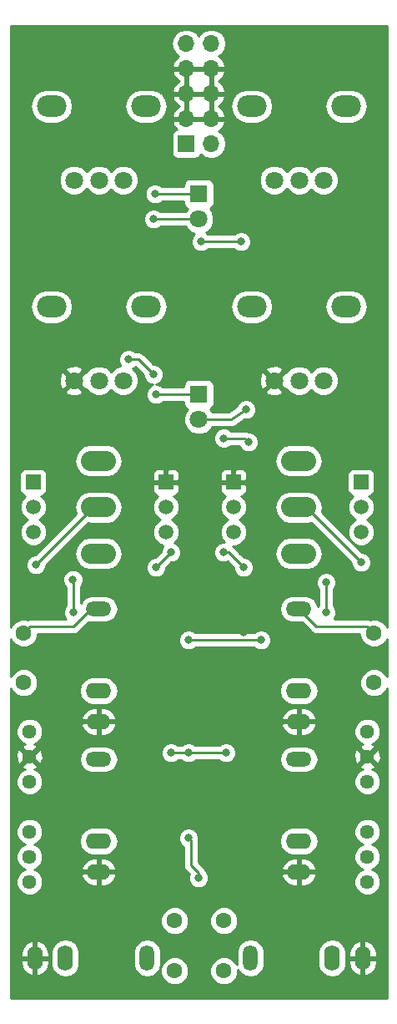
<source format=gbr>
G04 #@! TF.GenerationSoftware,KiCad,Pcbnew,(5.0.0)*
G04 #@! TF.CreationDate,2018-08-12T22:18:08+08:00*
G04 #@! TF.ProjectId,VCA,5643412E6B696361645F706362000000,rev?*
G04 #@! TF.SameCoordinates,PX18392c0PY18392c0*
G04 #@! TF.FileFunction,Copper,L1,Top,Signal*
G04 #@! TF.FilePolarity,Positive*
%FSLAX46Y46*%
G04 Gerber Fmt 4.6, Leading zero omitted, Abs format (unit mm)*
G04 Created by KiCad (PCBNEW (5.0.0)) date 08/12/18 22:18:08*
%MOMM*%
%LPD*%
G01*
G04 APERTURE LIST*
G04 #@! TA.AperFunction,ComponentPad*
%ADD10R,1.500000X1.500000*%
G04 #@! TD*
G04 #@! TA.AperFunction,ComponentPad*
%ADD11C,1.500000*%
G04 #@! TD*
G04 #@! TA.AperFunction,ComponentPad*
%ADD12O,2.600000X1.500000*%
G04 #@! TD*
G04 #@! TA.AperFunction,ComponentPad*
%ADD13O,2.400000X1.600000*%
G04 #@! TD*
G04 #@! TA.AperFunction,ComponentPad*
%ADD14O,2.600000X1.600000*%
G04 #@! TD*
G04 #@! TA.AperFunction,WasherPad*
%ADD15O,3.000000X2.200000*%
G04 #@! TD*
G04 #@! TA.AperFunction,ComponentPad*
%ADD16C,1.800000*%
G04 #@! TD*
G04 #@! TA.AperFunction,ComponentPad*
%ADD17C,1.600000*%
G04 #@! TD*
G04 #@! TA.AperFunction,ComponentPad*
%ADD18O,1.700000X1.700000*%
G04 #@! TD*
G04 #@! TA.AperFunction,ComponentPad*
%ADD19R,1.700000X1.700000*%
G04 #@! TD*
G04 #@! TA.AperFunction,ComponentPad*
%ADD20R,1.800000X1.800000*%
G04 #@! TD*
G04 #@! TA.AperFunction,ComponentPad*
%ADD21O,1.500000X2.600000*%
G04 #@! TD*
G04 #@! TA.AperFunction,ComponentPad*
%ADD22O,1.600000X2.400000*%
G04 #@! TD*
G04 #@! TA.AperFunction,ComponentPad*
%ADD23O,1.600000X2.600000*%
G04 #@! TD*
G04 #@! TA.AperFunction,ComponentPad*
%ADD24O,3.556000X2.032000*%
G04 #@! TD*
G04 #@! TA.AperFunction,ComponentPad*
%ADD25C,1.440000*%
G04 #@! TD*
G04 #@! TA.AperFunction,ViaPad*
%ADD26C,0.800000*%
G04 #@! TD*
G04 #@! TA.AperFunction,Conductor*
%ADD27C,0.254000*%
G04 #@! TD*
G04 #@! TA.AperFunction,Conductor*
%ADD28C,0.250000*%
G04 #@! TD*
G04 APERTURE END LIST*
D10*
G04 #@! TO.P,Q3,1*
G04 #@! TO.N,GND*
X98298000Y-74422000D03*
D11*
G04 #@! TO.P,Q3,3*
G04 #@! TO.N,Net-(Q3-Pad3)*
X98298000Y-79502000D03*
G04 #@! TO.P,Q3,2*
G04 #@! TO.N,Net-(Q1-Pad1)*
X98298000Y-76962000D03*
G04 #@! TD*
G04 #@! TO.P,Q4,2*
G04 #@! TO.N,Net-(Q2-Pad1)*
X105156000Y-76962000D03*
G04 #@! TO.P,Q4,3*
G04 #@! TO.N,Net-(Q4-Pad3)*
X105156000Y-79502000D03*
D10*
G04 #@! TO.P,Q4,1*
G04 #@! TO.N,GND*
X105156000Y-74422000D03*
G04 #@! TD*
G04 #@! TO.P,Q1,1*
G04 #@! TO.N,Net-(Q1-Pad1)*
X84836000Y-74422000D03*
D11*
G04 #@! TO.P,Q1,3*
G04 #@! TO.N,+12V*
X84836000Y-79502000D03*
G04 #@! TO.P,Q1,2*
G04 #@! TO.N,Net-(C1-Pad1)*
X84836000Y-76962000D03*
G04 #@! TD*
G04 #@! TO.P,Q2,2*
G04 #@! TO.N,Net-(C2-Pad1)*
X118110000Y-76962000D03*
G04 #@! TO.P,Q2,3*
G04 #@! TO.N,+12V*
X118110000Y-79502000D03*
D10*
G04 #@! TO.P,Q2,1*
G04 #@! TO.N,Net-(Q2-Pad1)*
X118110000Y-74422000D03*
G04 #@! TD*
D12*
G04 #@! TO.P,J2,T*
G04 #@! TO.N,Net-(J2-PadT)*
X91470480Y-102516920D03*
D13*
G04 #@! TO.P,J2,S*
G04 #@! TO.N,GND*
X91470480Y-113916920D03*
D14*
G04 #@! TO.P,J2,TN*
G04 #@! TO.N,Net-(J2-PadTN)*
X91470480Y-110816920D03*
G04 #@! TD*
D15*
G04 #@! TO.P,RV8,*
G04 #@! TO.N,*
X116590480Y-56636920D03*
D16*
G04 #@! TO.P,RV8,3*
G04 #@! TO.N,GND*
X109290480Y-64136930D03*
G04 #@! TO.P,RV8,2*
G04 #@! TO.N,CVB*
X111830480Y-64136930D03*
G04 #@! TO.P,RV8,1*
G04 #@! TO.N,Net-(J5-PadT)*
X114290480Y-64136930D03*
D15*
G04 #@! TO.P,RV8,*
G04 #@! TO.N,*
X106990480Y-56636920D03*
G04 #@! TD*
G04 #@! TO.P,RV7,*
G04 #@! TO.N,*
X96270480Y-56636920D03*
D16*
G04 #@! TO.P,RV7,3*
G04 #@! TO.N,GND*
X88970480Y-64136930D03*
G04 #@! TO.P,RV7,2*
G04 #@! TO.N,CVA*
X91510480Y-64136930D03*
G04 #@! TO.P,RV7,1*
G04 #@! TO.N,Net-(J2-PadT)*
X93970480Y-64136930D03*
D15*
G04 #@! TO.P,RV7,*
G04 #@! TO.N,*
X86670480Y-56636920D03*
G04 #@! TD*
G04 #@! TO.P,RV2,*
G04 #@! TO.N,*
X116590480Y-36316920D03*
D16*
G04 #@! TO.P,RV2,3*
G04 #@! TO.N,-12V*
X109290480Y-43816930D03*
G04 #@! TO.P,RV2,2*
G04 #@! TO.N,OFFB*
X111830480Y-43816930D03*
G04 #@! TO.P,RV2,1*
G04 #@! TO.N,Net-(R10-Pad2)*
X114290480Y-43816930D03*
D15*
G04 #@! TO.P,RV2,*
G04 #@! TO.N,*
X106990480Y-36316920D03*
G04 #@! TD*
G04 #@! TO.P,RV1,*
G04 #@! TO.N,*
X96270480Y-36316920D03*
D16*
G04 #@! TO.P,RV1,3*
G04 #@! TO.N,-12V*
X88970480Y-43816930D03*
G04 #@! TO.P,RV1,2*
G04 #@! TO.N,OFFA*
X91510480Y-43816930D03*
G04 #@! TO.P,RV1,1*
G04 #@! TO.N,Net-(R9-Pad2)*
X93970480Y-43816930D03*
D15*
G04 #@! TO.P,RV1,*
G04 #@! TO.N,*
X86670480Y-36316920D03*
G04 #@! TD*
D17*
G04 #@! TO.P,C11,2*
G04 #@! TO.N,Net-(C11-Pad2)*
X83850480Y-89736920D03*
G04 #@! TO.P,C11,1*
G04 #@! TO.N,INA*
X83850480Y-94736920D03*
G04 #@! TD*
G04 #@! TO.P,C13,2*
G04 #@! TO.N,Net-(C13-Pad2)*
X119410480Y-89736920D03*
G04 #@! TO.P,C13,1*
G04 #@! TO.N,INB*
X119410480Y-94736920D03*
G04 #@! TD*
G04 #@! TO.P,C12,2*
G04 #@! TO.N,Net-(C12-Pad2)*
X99170480Y-118866920D03*
G04 #@! TO.P,C12,1*
G04 #@! TO.N,OUTA*
X104170480Y-118866920D03*
G04 #@! TD*
G04 #@! TO.P,C14,2*
G04 #@! TO.N,Net-(C14-Pad2)*
X99170480Y-123946920D03*
G04 #@! TO.P,C14,1*
G04 #@! TO.N,OUTB*
X104170480Y-123946920D03*
G04 #@! TD*
D18*
G04 #@! TO.P,J7,10*
G04 #@! TO.N,Net-(D6-Pad2)*
X102900480Y-29966920D03*
G04 #@! TO.P,J7,9*
X100360480Y-29966920D03*
G04 #@! TO.P,J7,8*
G04 #@! TO.N,GND*
X102900480Y-32506920D03*
G04 #@! TO.P,J7,7*
X100360480Y-32506920D03*
G04 #@! TO.P,J7,6*
X102900480Y-35046920D03*
G04 #@! TO.P,J7,5*
X100360480Y-35046920D03*
G04 #@! TO.P,J7,4*
X102900480Y-37586920D03*
G04 #@! TO.P,J7,3*
X100360480Y-37586920D03*
G04 #@! TO.P,J7,2*
G04 #@! TO.N,Net-(D7-Pad1)*
X102900480Y-40126920D03*
D19*
G04 #@! TO.P,J7,1*
X100360480Y-40126920D03*
G04 #@! TD*
D16*
G04 #@! TO.P,D3,2*
G04 #@! TO.N,Net-(D3-Pad2)*
X101630480Y-47746920D03*
D20*
G04 #@! TO.P,D3,1*
G04 #@! TO.N,-12V*
X101630480Y-45206920D03*
G04 #@! TD*
D16*
G04 #@! TO.P,D4,2*
G04 #@! TO.N,Net-(D4-Pad2)*
X101630480Y-68066920D03*
D20*
G04 #@! TO.P,D4,1*
G04 #@! TO.N,-12V*
X101630480Y-65526920D03*
G04 #@! TD*
D12*
G04 #@! TO.P,J5,T*
G04 #@! TO.N,Net-(J5-PadT)*
X111790480Y-102516920D03*
D13*
G04 #@! TO.P,J5,S*
G04 #@! TO.N,GND*
X111790480Y-113916920D03*
D14*
G04 #@! TO.P,J5,TN*
G04 #@! TO.N,Net-(J5-PadTN)*
X111790480Y-110816920D03*
G04 #@! TD*
D12*
G04 #@! TO.P,J4,T*
G04 #@! TO.N,Net-(C13-Pad2)*
X111790480Y-87276920D03*
D13*
G04 #@! TO.P,J4,S*
G04 #@! TO.N,GND*
X111790480Y-98676920D03*
D14*
G04 #@! TO.P,J4,TN*
G04 #@! TO.N,Net-(J4-PadTN)*
X111790480Y-95576920D03*
G04 #@! TD*
D21*
G04 #@! TO.P,J3,T*
G04 #@! TO.N,Net-(C12-Pad2)*
X96390480Y-122676920D03*
D22*
G04 #@! TO.P,J3,S*
G04 #@! TO.N,GND*
X84990480Y-122676920D03*
D23*
G04 #@! TO.P,J3,TN*
G04 #@! TO.N,Net-(J3-PadTN)*
X88090480Y-122676920D03*
G04 #@! TD*
D12*
G04 #@! TO.P,J1,T*
G04 #@! TO.N,Net-(C11-Pad2)*
X91470480Y-87276920D03*
D13*
G04 #@! TO.P,J1,S*
G04 #@! TO.N,GND*
X91470480Y-98676920D03*
D14*
G04 #@! TO.P,J1,TN*
G04 #@! TO.N,Net-(J1-PadTN)*
X91470480Y-95576920D03*
G04 #@! TD*
D21*
G04 #@! TO.P,J6,T*
G04 #@! TO.N,Net-(C14-Pad2)*
X106870480Y-122676920D03*
D22*
G04 #@! TO.P,J6,S*
G04 #@! TO.N,GND*
X118270480Y-122676920D03*
D23*
G04 #@! TO.P,J6,TN*
G04 #@! TO.N,Net-(J6-PadTN)*
X115170480Y-122676920D03*
G04 #@! TD*
D24*
G04 #@! TO.P,SW2,1*
G04 #@! TO.N,EXPB*
X111760000Y-81662000D03*
G04 #@! TO.P,SW2,2*
G04 #@! TO.N,ABIB*
X111760000Y-76962000D03*
G04 #@! TO.P,SW2,3*
G04 #@! TO.N,LINB*
X111760000Y-72262000D03*
G04 #@! TD*
G04 #@! TO.P,SW1,1*
G04 #@! TO.N,EXPA*
X91440000Y-81662000D03*
G04 #@! TO.P,SW1,2*
G04 #@! TO.N,ABIA*
X91440000Y-76962000D03*
G04 #@! TO.P,SW1,3*
G04 #@! TO.N,LINA*
X91440000Y-72262000D03*
G04 #@! TD*
D25*
G04 #@! TO.P,RV5,3*
G04 #@! TO.N,Net-(R29-Pad1)*
X84455000Y-114935000D03*
G04 #@! TO.P,RV5,2*
X84455000Y-112395000D03*
G04 #@! TO.P,RV5,1*
G04 #@! TO.N,+12V*
X84455000Y-109855000D03*
G04 #@! TD*
G04 #@! TO.P,RV6,3*
G04 #@! TO.N,Net-(R31-Pad1)*
X118745000Y-114935000D03*
G04 #@! TO.P,RV6,2*
X118745000Y-112395000D03*
G04 #@! TO.P,RV6,1*
G04 #@! TO.N,+12V*
X118745000Y-109855000D03*
G04 #@! TD*
G04 #@! TO.P,RV3,3*
G04 #@! TO.N,Net-(RV3-Pad3)*
X84455000Y-104775000D03*
G04 #@! TO.P,RV3,2*
G04 #@! TO.N,GND*
X84455000Y-102235000D03*
G04 #@! TO.P,RV3,1*
G04 #@! TO.N,Net-(R25-Pad1)*
X84455000Y-99695000D03*
G04 #@! TD*
G04 #@! TO.P,RV4,3*
G04 #@! TO.N,Net-(RV4-Pad3)*
X118745000Y-104775000D03*
G04 #@! TO.P,RV4,2*
G04 #@! TO.N,GND*
X118745000Y-102235000D03*
G04 #@! TO.P,RV4,1*
G04 #@! TO.N,Net-(R26-Pad1)*
X118745000Y-99695000D03*
G04 #@! TD*
D26*
G04 #@! TO.N,+12V*
X105918000Y-50038000D03*
X101854000Y-50038000D03*
X101600000Y-114554000D03*
X100584000Y-110490000D03*
X98806000Y-101854000D03*
X104394000Y-101854000D03*
X100584000Y-90424000D03*
X100584000Y-101854000D03*
X107950000Y-90424000D03*
G04 #@! TO.N,-12V*
X97181512Y-45212000D03*
X97282000Y-65532000D03*
X106686067Y-70364067D03*
X104170480Y-69971920D03*
G04 #@! TO.N,Net-(C1-Pad2)*
X97282000Y-83058000D03*
X98806000Y-81534000D03*
X97028000Y-63500000D03*
X94488000Y-61976000D03*
G04 #@! TO.N,Net-(C2-Pad2)*
X106176817Y-83053183D03*
X104140000Y-81534000D03*
G04 #@! TO.N,Net-(C1-Pad1)*
X88858370Y-84293995D03*
X88900000Y-87630000D03*
G04 #@! TO.N,Net-(D4-Pad2)*
X106426000Y-67056000D03*
G04 #@! TO.N,Net-(C2-Pad1)*
X114554000Y-87630000D03*
X114554000Y-84582000D03*
G04 #@! TO.N,Net-(D3-Pad2)*
X97033080Y-47746920D03*
G04 #@! TO.N,ABIB*
X118116067Y-82556067D03*
G04 #@! TO.N,ABIA*
X85090000Y-82804000D03*
G04 #@! TO.N,GND*
X108204000Y-85598000D03*
X95250000Y-85598000D03*
X96774000Y-89916000D03*
X106166920Y-89656920D03*
X114300000Y-69596000D03*
X96513933Y-107956067D03*
X106680000Y-107950000D03*
G04 #@! TD*
D27*
G04 #@! TO.N,+12V*
X105918000Y-50038000D02*
X101854000Y-50038000D01*
X101600000Y-113988315D02*
X100838000Y-113226315D01*
X101600000Y-114554000D02*
X101600000Y-113988315D01*
X100838000Y-110744000D02*
X100584000Y-110490000D01*
X100838000Y-113226315D02*
X100838000Y-110744000D01*
X98806000Y-101854000D02*
X100584000Y-101854000D01*
X104394000Y-101854000D02*
X100584000Y-101854000D01*
X107950000Y-90424000D02*
X100584000Y-90424000D01*
G04 #@! TO.N,-12V*
X101625400Y-45212000D02*
X101630480Y-45206920D01*
X97181512Y-45212000D02*
X101625400Y-45212000D01*
X101625400Y-65532000D02*
X101630480Y-65526920D01*
X97282000Y-65532000D02*
X101625400Y-65532000D01*
X106293920Y-69971920D02*
X106686067Y-70364067D01*
X104170480Y-69971920D02*
X106293920Y-69971920D01*
G04 #@! TO.N,Net-(C1-Pad2)*
X97282000Y-83058000D02*
X98806000Y-81534000D01*
X97028000Y-63500000D02*
X95504000Y-61976000D01*
X95504000Y-61976000D02*
X94488000Y-61976000D01*
G04 #@! TO.N,Net-(C2-Pad2)*
X106176817Y-83053183D02*
X104657634Y-81534000D01*
X104657634Y-81534000D02*
X104140000Y-81534000D01*
D28*
G04 #@! TO.N,Net-(C1-Pad1)*
X88900000Y-87318315D02*
X88900000Y-84335625D01*
X88989183Y-87407498D02*
X88900000Y-87318315D01*
X88900000Y-84335625D02*
X88858370Y-84293995D01*
X88900000Y-87630000D02*
X88989183Y-87407498D01*
D27*
G04 #@! TO.N,Net-(D4-Pad2)*
X104907080Y-68066920D02*
X101630480Y-68066920D01*
X106426000Y-67056000D02*
X104907080Y-68066920D01*
D28*
G04 #@! TO.N,Net-(C2-Pad1)*
X114554000Y-87630000D02*
X114554000Y-87064315D01*
X114554000Y-87064315D02*
X114554000Y-84582000D01*
D27*
G04 #@! TO.N,Net-(D3-Pad2)*
X101630480Y-47746920D02*
X97033080Y-47746920D01*
G04 #@! TO.N,Net-(C13-Pad2)*
X118700560Y-89027000D02*
X119410480Y-89736920D01*
X111790480Y-87276920D02*
X113540560Y-89027000D01*
X113540560Y-89027000D02*
X118700560Y-89027000D01*
G04 #@! TO.N,Net-(C11-Pad2)*
X84496900Y-89090500D02*
X83850480Y-89736920D01*
X88900000Y-89090500D02*
X84496900Y-89090500D01*
X91470480Y-87276920D02*
X90713580Y-87276920D01*
X90713580Y-87276920D02*
X88900000Y-89090500D01*
G04 #@! TO.N,ABIB*
X112522000Y-76962000D02*
X111760000Y-76962000D01*
X118116067Y-82556067D02*
X112522000Y-76962000D01*
G04 #@! TO.N,ABIA*
X90932000Y-76962000D02*
X91440000Y-76962000D01*
X85090000Y-82804000D02*
X90932000Y-76962000D01*
G04 #@! TD*
G04 #@! TO.N,GND*
G36*
X120720480Y-89149705D02*
X120627014Y-88924058D01*
X120223342Y-88520386D01*
X119695919Y-88301920D01*
X119125041Y-88301920D01*
X119039804Y-88337226D01*
X118997877Y-88309212D01*
X118775608Y-88265000D01*
X118775603Y-88265000D01*
X118700560Y-88250073D01*
X118625517Y-88265000D01*
X115382711Y-88265000D01*
X115431431Y-88216280D01*
X115589000Y-87835874D01*
X115589000Y-87424126D01*
X115431431Y-87043720D01*
X115314000Y-86926289D01*
X115314000Y-85285711D01*
X115431431Y-85168280D01*
X115589000Y-84787874D01*
X115589000Y-84376126D01*
X115431431Y-83995720D01*
X115140280Y-83704569D01*
X114759874Y-83547000D01*
X114348126Y-83547000D01*
X113967720Y-83704569D01*
X113676569Y-83995720D01*
X113519000Y-84376126D01*
X113519000Y-84787874D01*
X113676569Y-85168280D01*
X113794001Y-85285712D01*
X113794000Y-86926289D01*
X113701306Y-87018983D01*
X113645121Y-86736520D01*
X113339009Y-86278391D01*
X112880880Y-85972279D01*
X112476887Y-85891920D01*
X111104073Y-85891920D01*
X110700080Y-85972279D01*
X110241951Y-86278391D01*
X109935839Y-86736520D01*
X109828347Y-87276920D01*
X109935839Y-87817320D01*
X110241951Y-88275449D01*
X110700080Y-88581561D01*
X111104073Y-88661920D01*
X112097850Y-88661920D01*
X112948677Y-89512748D01*
X112991189Y-89576371D01*
X113054811Y-89618882D01*
X113117019Y-89660448D01*
X113243243Y-89744788D01*
X113465512Y-89789000D01*
X113465513Y-89789000D01*
X113540560Y-89803928D01*
X113615607Y-89789000D01*
X117975480Y-89789000D01*
X117975480Y-90022359D01*
X118193946Y-90549782D01*
X118597618Y-90953454D01*
X119125041Y-91171920D01*
X119695919Y-91171920D01*
X120223342Y-90953454D01*
X120627014Y-90549782D01*
X120720480Y-90324135D01*
X120720480Y-94149705D01*
X120627014Y-93924058D01*
X120223342Y-93520386D01*
X119695919Y-93301920D01*
X119125041Y-93301920D01*
X118597618Y-93520386D01*
X118193946Y-93924058D01*
X117975480Y-94451481D01*
X117975480Y-95022359D01*
X118193946Y-95549782D01*
X118597618Y-95953454D01*
X119125041Y-96171920D01*
X119695919Y-96171920D01*
X120223342Y-95953454D01*
X120627014Y-95549782D01*
X120720480Y-95324135D01*
X120720480Y-126754920D01*
X82540480Y-126754920D01*
X82540480Y-122803920D01*
X83555480Y-122803920D01*
X83555480Y-123203920D01*
X83713314Y-123743403D01*
X84065584Y-124181420D01*
X84558661Y-124451287D01*
X84641441Y-124468824D01*
X84863480Y-124346835D01*
X84863480Y-122803920D01*
X85117480Y-122803920D01*
X85117480Y-124346835D01*
X85339519Y-124468824D01*
X85422299Y-124451287D01*
X85915376Y-124181420D01*
X86267646Y-123743403D01*
X86425480Y-123203920D01*
X86425480Y-122803920D01*
X85117480Y-122803920D01*
X84863480Y-122803920D01*
X83555480Y-122803920D01*
X82540480Y-122803920D01*
X82540480Y-122149920D01*
X83555480Y-122149920D01*
X83555480Y-122549920D01*
X84863480Y-122549920D01*
X84863480Y-121007005D01*
X85117480Y-121007005D01*
X85117480Y-122549920D01*
X86425480Y-122549920D01*
X86425480Y-122149920D01*
X86392031Y-122035587D01*
X86655480Y-122035587D01*
X86655480Y-123318252D01*
X86738740Y-123736828D01*
X87055903Y-124211496D01*
X87530571Y-124528660D01*
X88090480Y-124640033D01*
X88650388Y-124528660D01*
X89125056Y-124211497D01*
X89442220Y-123736829D01*
X89525480Y-123318253D01*
X89525480Y-122035587D01*
X89516515Y-121990513D01*
X95005480Y-121990513D01*
X95005480Y-123363326D01*
X95085839Y-123767319D01*
X95391951Y-124225448D01*
X95850080Y-124531561D01*
X96390480Y-124639053D01*
X96930879Y-124531561D01*
X97389008Y-124225449D01*
X97695121Y-123767320D01*
X97716173Y-123661481D01*
X97735480Y-123661481D01*
X97735480Y-124232359D01*
X97953946Y-124759782D01*
X98357618Y-125163454D01*
X98885041Y-125381920D01*
X99455919Y-125381920D01*
X99983342Y-125163454D01*
X100387014Y-124759782D01*
X100605480Y-124232359D01*
X100605480Y-123661481D01*
X102735480Y-123661481D01*
X102735480Y-124232359D01*
X102953946Y-124759782D01*
X103357618Y-125163454D01*
X103885041Y-125381920D01*
X104455919Y-125381920D01*
X104983342Y-125163454D01*
X105387014Y-124759782D01*
X105605480Y-124232359D01*
X105605480Y-123826647D01*
X105871952Y-124225449D01*
X106330081Y-124531561D01*
X106870480Y-124639053D01*
X107410880Y-124531561D01*
X107869009Y-124225449D01*
X108175121Y-123767320D01*
X108255480Y-123363327D01*
X108255480Y-122035588D01*
X113735480Y-122035588D01*
X113735480Y-123318253D01*
X113818740Y-123736829D01*
X114135904Y-124211497D01*
X114610572Y-124528660D01*
X115170480Y-124640033D01*
X115730389Y-124528660D01*
X116205057Y-124211497D01*
X116522220Y-123736829D01*
X116605480Y-123318253D01*
X116605480Y-122803920D01*
X116835480Y-122803920D01*
X116835480Y-123203920D01*
X116993314Y-123743403D01*
X117345584Y-124181420D01*
X117838661Y-124451287D01*
X117921441Y-124468824D01*
X118143480Y-124346835D01*
X118143480Y-122803920D01*
X118397480Y-122803920D01*
X118397480Y-124346835D01*
X118619519Y-124468824D01*
X118702299Y-124451287D01*
X119195376Y-124181420D01*
X119547646Y-123743403D01*
X119705480Y-123203920D01*
X119705480Y-122803920D01*
X118397480Y-122803920D01*
X118143480Y-122803920D01*
X116835480Y-122803920D01*
X116605480Y-122803920D01*
X116605480Y-122149920D01*
X116835480Y-122149920D01*
X116835480Y-122549920D01*
X118143480Y-122549920D01*
X118143480Y-121007005D01*
X118397480Y-121007005D01*
X118397480Y-122549920D01*
X119705480Y-122549920D01*
X119705480Y-122149920D01*
X119547646Y-121610437D01*
X119195376Y-121172420D01*
X118702299Y-120902553D01*
X118619519Y-120885016D01*
X118397480Y-121007005D01*
X118143480Y-121007005D01*
X117921441Y-120885016D01*
X117838661Y-120902553D01*
X117345584Y-121172420D01*
X116993314Y-121610437D01*
X116835480Y-122149920D01*
X116605480Y-122149920D01*
X116605480Y-122035587D01*
X116522220Y-121617011D01*
X116205056Y-121142343D01*
X115730388Y-120825180D01*
X115170480Y-120713807D01*
X114610571Y-120825180D01*
X114135903Y-121142344D01*
X113818740Y-121617012D01*
X113735480Y-122035588D01*
X108255480Y-122035588D01*
X108255480Y-121990513D01*
X108175121Y-121586520D01*
X107869008Y-121128391D01*
X107410879Y-120822279D01*
X106870480Y-120714787D01*
X106330080Y-120822279D01*
X105871951Y-121128392D01*
X105565839Y-121586521D01*
X105485480Y-121990514D01*
X105485480Y-123363327D01*
X105488713Y-123379581D01*
X105387014Y-123134058D01*
X104983342Y-122730386D01*
X104455919Y-122511920D01*
X103885041Y-122511920D01*
X103357618Y-122730386D01*
X102953946Y-123134058D01*
X102735480Y-123661481D01*
X100605480Y-123661481D01*
X100387014Y-123134058D01*
X99983342Y-122730386D01*
X99455919Y-122511920D01*
X98885041Y-122511920D01*
X98357618Y-122730386D01*
X97953946Y-123134058D01*
X97735480Y-123661481D01*
X97716173Y-123661481D01*
X97775480Y-123363327D01*
X97775480Y-121990513D01*
X97695121Y-121586520D01*
X97389009Y-121128391D01*
X96930880Y-120822279D01*
X96390480Y-120714787D01*
X95850081Y-120822279D01*
X95391952Y-121128391D01*
X95085839Y-121586520D01*
X95005480Y-121990513D01*
X89516515Y-121990513D01*
X89442220Y-121617011D01*
X89125057Y-121142343D01*
X88650389Y-120825180D01*
X88090480Y-120713807D01*
X87530572Y-120825180D01*
X87055904Y-121142343D01*
X86738740Y-121617011D01*
X86655480Y-122035587D01*
X86392031Y-122035587D01*
X86267646Y-121610437D01*
X85915376Y-121172420D01*
X85422299Y-120902553D01*
X85339519Y-120885016D01*
X85117480Y-121007005D01*
X84863480Y-121007005D01*
X84641441Y-120885016D01*
X84558661Y-120902553D01*
X84065584Y-121172420D01*
X83713314Y-121610437D01*
X83555480Y-122149920D01*
X82540480Y-122149920D01*
X82540480Y-118581481D01*
X97735480Y-118581481D01*
X97735480Y-119152359D01*
X97953946Y-119679782D01*
X98357618Y-120083454D01*
X98885041Y-120301920D01*
X99455919Y-120301920D01*
X99983342Y-120083454D01*
X100387014Y-119679782D01*
X100605480Y-119152359D01*
X100605480Y-118581481D01*
X102735480Y-118581481D01*
X102735480Y-119152359D01*
X102953946Y-119679782D01*
X103357618Y-120083454D01*
X103885041Y-120301920D01*
X104455919Y-120301920D01*
X104983342Y-120083454D01*
X105387014Y-119679782D01*
X105605480Y-119152359D01*
X105605480Y-118581481D01*
X105387014Y-118054058D01*
X104983342Y-117650386D01*
X104455919Y-117431920D01*
X103885041Y-117431920D01*
X103357618Y-117650386D01*
X102953946Y-118054058D01*
X102735480Y-118581481D01*
X100605480Y-118581481D01*
X100387014Y-118054058D01*
X99983342Y-117650386D01*
X99455919Y-117431920D01*
X98885041Y-117431920D01*
X98357618Y-117650386D01*
X97953946Y-118054058D01*
X97735480Y-118581481D01*
X82540480Y-118581481D01*
X82540480Y-109585474D01*
X83100000Y-109585474D01*
X83100000Y-110124526D01*
X83306286Y-110622546D01*
X83687454Y-111003714D01*
X83980265Y-111125000D01*
X83687454Y-111246286D01*
X83306286Y-111627454D01*
X83100000Y-112125474D01*
X83100000Y-112664526D01*
X83306286Y-113162546D01*
X83687454Y-113543714D01*
X83980265Y-113665000D01*
X83687454Y-113786286D01*
X83306286Y-114167454D01*
X83100000Y-114665474D01*
X83100000Y-115204526D01*
X83306286Y-115702546D01*
X83687454Y-116083714D01*
X84185474Y-116290000D01*
X84724526Y-116290000D01*
X85222546Y-116083714D01*
X85603714Y-115702546D01*
X85810000Y-115204526D01*
X85810000Y-114665474D01*
X85644516Y-114265959D01*
X89678576Y-114265959D01*
X89696113Y-114348739D01*
X89965980Y-114841816D01*
X90403997Y-115194086D01*
X90943480Y-115351920D01*
X91343480Y-115351920D01*
X91343480Y-114043920D01*
X91597480Y-114043920D01*
X91597480Y-115351920D01*
X91997480Y-115351920D01*
X92536963Y-115194086D01*
X92974980Y-114841816D01*
X93244847Y-114348739D01*
X93262384Y-114265959D01*
X93140395Y-114043920D01*
X91597480Y-114043920D01*
X91343480Y-114043920D01*
X89800565Y-114043920D01*
X89678576Y-114265959D01*
X85644516Y-114265959D01*
X85603714Y-114167454D01*
X85222546Y-113786286D01*
X84929735Y-113665000D01*
X85164201Y-113567881D01*
X89678576Y-113567881D01*
X89800565Y-113789920D01*
X91343480Y-113789920D01*
X91343480Y-112481920D01*
X91597480Y-112481920D01*
X91597480Y-113789920D01*
X93140395Y-113789920D01*
X93262384Y-113567881D01*
X93244847Y-113485101D01*
X92974980Y-112992024D01*
X92536963Y-112639754D01*
X91997480Y-112481920D01*
X91597480Y-112481920D01*
X91343480Y-112481920D01*
X90943480Y-112481920D01*
X90403997Y-112639754D01*
X89965980Y-112992024D01*
X89696113Y-113485101D01*
X89678576Y-113567881D01*
X85164201Y-113567881D01*
X85222546Y-113543714D01*
X85603714Y-113162546D01*
X85810000Y-112664526D01*
X85810000Y-112125474D01*
X85603714Y-111627454D01*
X85222546Y-111246286D01*
X84929735Y-111125000D01*
X85222546Y-111003714D01*
X85409340Y-110816920D01*
X89507367Y-110816920D01*
X89618740Y-111376829D01*
X89935903Y-111851497D01*
X90410571Y-112168660D01*
X90829147Y-112251920D01*
X92111813Y-112251920D01*
X92530389Y-112168660D01*
X93005057Y-111851497D01*
X93322220Y-111376829D01*
X93433593Y-110816920D01*
X93327614Y-110284126D01*
X99549000Y-110284126D01*
X99549000Y-110695874D01*
X99706569Y-111076280D01*
X99997720Y-111367431D01*
X100076001Y-111399856D01*
X100076000Y-113151272D01*
X100061073Y-113226315D01*
X100076000Y-113301358D01*
X100076000Y-113301362D01*
X100120212Y-113523631D01*
X100288629Y-113775686D01*
X100352253Y-113818198D01*
X100657900Y-114123845D01*
X100565000Y-114348126D01*
X100565000Y-114759874D01*
X100722569Y-115140280D01*
X101013720Y-115431431D01*
X101394126Y-115589000D01*
X101805874Y-115589000D01*
X102186280Y-115431431D01*
X102477431Y-115140280D01*
X102635000Y-114759874D01*
X102635000Y-114348126D01*
X102600966Y-114265959D01*
X109998576Y-114265959D01*
X110016113Y-114348739D01*
X110285980Y-114841816D01*
X110723997Y-115194086D01*
X111263480Y-115351920D01*
X111663480Y-115351920D01*
X111663480Y-114043920D01*
X111917480Y-114043920D01*
X111917480Y-115351920D01*
X112317480Y-115351920D01*
X112856963Y-115194086D01*
X113294980Y-114841816D01*
X113564847Y-114348739D01*
X113582384Y-114265959D01*
X113460395Y-114043920D01*
X111917480Y-114043920D01*
X111663480Y-114043920D01*
X110120565Y-114043920D01*
X109998576Y-114265959D01*
X102600966Y-114265959D01*
X102477431Y-113967720D01*
X102346859Y-113837148D01*
X102317788Y-113690998D01*
X102235524Y-113567881D01*
X109998576Y-113567881D01*
X110120565Y-113789920D01*
X111663480Y-113789920D01*
X111663480Y-112481920D01*
X111917480Y-112481920D01*
X111917480Y-113789920D01*
X113460395Y-113789920D01*
X113582384Y-113567881D01*
X113564847Y-113485101D01*
X113294980Y-112992024D01*
X112856963Y-112639754D01*
X112317480Y-112481920D01*
X111917480Y-112481920D01*
X111663480Y-112481920D01*
X111263480Y-112481920D01*
X110723997Y-112639754D01*
X110285980Y-112992024D01*
X110016113Y-113485101D01*
X109998576Y-113567881D01*
X102235524Y-113567881D01*
X102149371Y-113438944D01*
X102085749Y-113396433D01*
X101600000Y-112910685D01*
X101600000Y-110819042D01*
X101600422Y-110816920D01*
X109827367Y-110816920D01*
X109938740Y-111376829D01*
X110255903Y-111851497D01*
X110730571Y-112168660D01*
X111149147Y-112251920D01*
X112431813Y-112251920D01*
X112850389Y-112168660D01*
X113325057Y-111851497D01*
X113642220Y-111376829D01*
X113753593Y-110816920D01*
X113642220Y-110257011D01*
X113325057Y-109782343D01*
X113030422Y-109585474D01*
X117390000Y-109585474D01*
X117390000Y-110124526D01*
X117596286Y-110622546D01*
X117977454Y-111003714D01*
X118270265Y-111125000D01*
X117977454Y-111246286D01*
X117596286Y-111627454D01*
X117390000Y-112125474D01*
X117390000Y-112664526D01*
X117596286Y-113162546D01*
X117977454Y-113543714D01*
X118270265Y-113665000D01*
X117977454Y-113786286D01*
X117596286Y-114167454D01*
X117390000Y-114665474D01*
X117390000Y-115204526D01*
X117596286Y-115702546D01*
X117977454Y-116083714D01*
X118475474Y-116290000D01*
X119014526Y-116290000D01*
X119512546Y-116083714D01*
X119893714Y-115702546D01*
X120100000Y-115204526D01*
X120100000Y-114665474D01*
X119893714Y-114167454D01*
X119512546Y-113786286D01*
X119219735Y-113665000D01*
X119512546Y-113543714D01*
X119893714Y-113162546D01*
X120100000Y-112664526D01*
X120100000Y-112125474D01*
X119893714Y-111627454D01*
X119512546Y-111246286D01*
X119219735Y-111125000D01*
X119512546Y-111003714D01*
X119893714Y-110622546D01*
X120100000Y-110124526D01*
X120100000Y-109585474D01*
X119893714Y-109087454D01*
X119512546Y-108706286D01*
X119014526Y-108500000D01*
X118475474Y-108500000D01*
X117977454Y-108706286D01*
X117596286Y-109087454D01*
X117390000Y-109585474D01*
X113030422Y-109585474D01*
X112850389Y-109465180D01*
X112431813Y-109381920D01*
X111149147Y-109381920D01*
X110730571Y-109465180D01*
X110255903Y-109782343D01*
X109938740Y-110257011D01*
X109827367Y-110816920D01*
X101600422Y-110816920D01*
X101614927Y-110743999D01*
X101609781Y-110718130D01*
X101619000Y-110695874D01*
X101619000Y-110284126D01*
X101461431Y-109903720D01*
X101170280Y-109612569D01*
X100789874Y-109455000D01*
X100378126Y-109455000D01*
X99997720Y-109612569D01*
X99706569Y-109903720D01*
X99549000Y-110284126D01*
X93327614Y-110284126D01*
X93322220Y-110257011D01*
X93005057Y-109782343D01*
X92530389Y-109465180D01*
X92111813Y-109381920D01*
X90829147Y-109381920D01*
X90410571Y-109465180D01*
X89935903Y-109782343D01*
X89618740Y-110257011D01*
X89507367Y-110816920D01*
X85409340Y-110816920D01*
X85603714Y-110622546D01*
X85810000Y-110124526D01*
X85810000Y-109585474D01*
X85603714Y-109087454D01*
X85222546Y-108706286D01*
X84724526Y-108500000D01*
X84185474Y-108500000D01*
X83687454Y-108706286D01*
X83306286Y-109087454D01*
X83100000Y-109585474D01*
X82540480Y-109585474D01*
X82540480Y-104505474D01*
X83100000Y-104505474D01*
X83100000Y-105044526D01*
X83306286Y-105542546D01*
X83687454Y-105923714D01*
X84185474Y-106130000D01*
X84724526Y-106130000D01*
X85222546Y-105923714D01*
X85603714Y-105542546D01*
X85810000Y-105044526D01*
X85810000Y-104505474D01*
X117390000Y-104505474D01*
X117390000Y-105044526D01*
X117596286Y-105542546D01*
X117977454Y-105923714D01*
X118475474Y-106130000D01*
X119014526Y-106130000D01*
X119512546Y-105923714D01*
X119893714Y-105542546D01*
X120100000Y-105044526D01*
X120100000Y-104505474D01*
X119893714Y-104007454D01*
X119512546Y-103626286D01*
X119235849Y-103511675D01*
X119450869Y-103422611D01*
X119515169Y-103184774D01*
X118745000Y-102414605D01*
X117974831Y-103184774D01*
X118039131Y-103422611D01*
X118271114Y-103504649D01*
X117977454Y-103626286D01*
X117596286Y-104007454D01*
X117390000Y-104505474D01*
X85810000Y-104505474D01*
X85603714Y-104007454D01*
X85222546Y-103626286D01*
X84945849Y-103511675D01*
X85160869Y-103422611D01*
X85225169Y-103184774D01*
X84455000Y-102414605D01*
X83684831Y-103184774D01*
X83749131Y-103422611D01*
X83981114Y-103504649D01*
X83687454Y-103626286D01*
X83306286Y-104007454D01*
X83100000Y-104505474D01*
X82540480Y-104505474D01*
X82540480Y-102037342D01*
X83087667Y-102037342D01*
X83116108Y-102575644D01*
X83267389Y-102940869D01*
X83505226Y-103005169D01*
X84275395Y-102235000D01*
X84634605Y-102235000D01*
X85404774Y-103005169D01*
X85642611Y-102940869D01*
X85792534Y-102516920D01*
X89508347Y-102516920D01*
X89615839Y-103057320D01*
X89921951Y-103515449D01*
X90380080Y-103821561D01*
X90784073Y-103901920D01*
X92156887Y-103901920D01*
X92560880Y-103821561D01*
X93019009Y-103515449D01*
X93325121Y-103057320D01*
X93432613Y-102516920D01*
X93325121Y-101976520D01*
X93105696Y-101648126D01*
X97771000Y-101648126D01*
X97771000Y-102059874D01*
X97928569Y-102440280D01*
X98219720Y-102731431D01*
X98600126Y-102889000D01*
X99011874Y-102889000D01*
X99392280Y-102731431D01*
X99507711Y-102616000D01*
X99882289Y-102616000D01*
X99997720Y-102731431D01*
X100378126Y-102889000D01*
X100789874Y-102889000D01*
X101170280Y-102731431D01*
X101285711Y-102616000D01*
X103692289Y-102616000D01*
X103807720Y-102731431D01*
X104188126Y-102889000D01*
X104599874Y-102889000D01*
X104980280Y-102731431D01*
X105194791Y-102516920D01*
X109828347Y-102516920D01*
X109935839Y-103057320D01*
X110241951Y-103515449D01*
X110700080Y-103821561D01*
X111104073Y-103901920D01*
X112476887Y-103901920D01*
X112880880Y-103821561D01*
X113339009Y-103515449D01*
X113645121Y-103057320D01*
X113752613Y-102516920D01*
X113657220Y-102037342D01*
X117377667Y-102037342D01*
X117406108Y-102575644D01*
X117557389Y-102940869D01*
X117795226Y-103005169D01*
X118565395Y-102235000D01*
X118924605Y-102235000D01*
X119694774Y-103005169D01*
X119932611Y-102940869D01*
X120112333Y-102432658D01*
X120083892Y-101894356D01*
X119932611Y-101529131D01*
X119694774Y-101464831D01*
X118924605Y-102235000D01*
X118565395Y-102235000D01*
X117795226Y-101464831D01*
X117557389Y-101529131D01*
X117377667Y-102037342D01*
X113657220Y-102037342D01*
X113645121Y-101976520D01*
X113339009Y-101518391D01*
X112880880Y-101212279D01*
X112476887Y-101131920D01*
X111104073Y-101131920D01*
X110700080Y-101212279D01*
X110241951Y-101518391D01*
X109935839Y-101976520D01*
X109828347Y-102516920D01*
X105194791Y-102516920D01*
X105271431Y-102440280D01*
X105429000Y-102059874D01*
X105429000Y-101648126D01*
X105271431Y-101267720D01*
X104980280Y-100976569D01*
X104599874Y-100819000D01*
X104188126Y-100819000D01*
X103807720Y-100976569D01*
X103692289Y-101092000D01*
X101285711Y-101092000D01*
X101170280Y-100976569D01*
X100789874Y-100819000D01*
X100378126Y-100819000D01*
X99997720Y-100976569D01*
X99882289Y-101092000D01*
X99507711Y-101092000D01*
X99392280Y-100976569D01*
X99011874Y-100819000D01*
X98600126Y-100819000D01*
X98219720Y-100976569D01*
X97928569Y-101267720D01*
X97771000Y-101648126D01*
X93105696Y-101648126D01*
X93019009Y-101518391D01*
X92560880Y-101212279D01*
X92156887Y-101131920D01*
X90784073Y-101131920D01*
X90380080Y-101212279D01*
X89921951Y-101518391D01*
X89615839Y-101976520D01*
X89508347Y-102516920D01*
X85792534Y-102516920D01*
X85822333Y-102432658D01*
X85793892Y-101894356D01*
X85642611Y-101529131D01*
X85404774Y-101464831D01*
X84634605Y-102235000D01*
X84275395Y-102235000D01*
X83505226Y-101464831D01*
X83267389Y-101529131D01*
X83087667Y-102037342D01*
X82540480Y-102037342D01*
X82540480Y-99425474D01*
X83100000Y-99425474D01*
X83100000Y-99964526D01*
X83306286Y-100462546D01*
X83687454Y-100843714D01*
X83964151Y-100958325D01*
X83749131Y-101047389D01*
X83684831Y-101285226D01*
X84455000Y-102055395D01*
X85225169Y-101285226D01*
X85160869Y-101047389D01*
X84928886Y-100965351D01*
X85222546Y-100843714D01*
X85603714Y-100462546D01*
X85810000Y-99964526D01*
X85810000Y-99425474D01*
X85644516Y-99025959D01*
X89678576Y-99025959D01*
X89696113Y-99108739D01*
X89965980Y-99601816D01*
X90403997Y-99954086D01*
X90943480Y-100111920D01*
X91343480Y-100111920D01*
X91343480Y-98803920D01*
X91597480Y-98803920D01*
X91597480Y-100111920D01*
X91997480Y-100111920D01*
X92536963Y-99954086D01*
X92974980Y-99601816D01*
X93244847Y-99108739D01*
X93262384Y-99025959D01*
X109998576Y-99025959D01*
X110016113Y-99108739D01*
X110285980Y-99601816D01*
X110723997Y-99954086D01*
X111263480Y-100111920D01*
X111663480Y-100111920D01*
X111663480Y-98803920D01*
X111917480Y-98803920D01*
X111917480Y-100111920D01*
X112317480Y-100111920D01*
X112856963Y-99954086D01*
X113294980Y-99601816D01*
X113391494Y-99425474D01*
X117390000Y-99425474D01*
X117390000Y-99964526D01*
X117596286Y-100462546D01*
X117977454Y-100843714D01*
X118254151Y-100958325D01*
X118039131Y-101047389D01*
X117974831Y-101285226D01*
X118745000Y-102055395D01*
X119515169Y-101285226D01*
X119450869Y-101047389D01*
X119218886Y-100965351D01*
X119512546Y-100843714D01*
X119893714Y-100462546D01*
X120100000Y-99964526D01*
X120100000Y-99425474D01*
X119893714Y-98927454D01*
X119512546Y-98546286D01*
X119014526Y-98340000D01*
X118475474Y-98340000D01*
X117977454Y-98546286D01*
X117596286Y-98927454D01*
X117390000Y-99425474D01*
X113391494Y-99425474D01*
X113564847Y-99108739D01*
X113582384Y-99025959D01*
X113460395Y-98803920D01*
X111917480Y-98803920D01*
X111663480Y-98803920D01*
X110120565Y-98803920D01*
X109998576Y-99025959D01*
X93262384Y-99025959D01*
X93140395Y-98803920D01*
X91597480Y-98803920D01*
X91343480Y-98803920D01*
X89800565Y-98803920D01*
X89678576Y-99025959D01*
X85644516Y-99025959D01*
X85603714Y-98927454D01*
X85222546Y-98546286D01*
X84724526Y-98340000D01*
X84185474Y-98340000D01*
X83687454Y-98546286D01*
X83306286Y-98927454D01*
X83100000Y-99425474D01*
X82540480Y-99425474D01*
X82540480Y-98327881D01*
X89678576Y-98327881D01*
X89800565Y-98549920D01*
X91343480Y-98549920D01*
X91343480Y-97241920D01*
X91597480Y-97241920D01*
X91597480Y-98549920D01*
X93140395Y-98549920D01*
X93262384Y-98327881D01*
X109998576Y-98327881D01*
X110120565Y-98549920D01*
X111663480Y-98549920D01*
X111663480Y-97241920D01*
X111917480Y-97241920D01*
X111917480Y-98549920D01*
X113460395Y-98549920D01*
X113582384Y-98327881D01*
X113564847Y-98245101D01*
X113294980Y-97752024D01*
X112856963Y-97399754D01*
X112317480Y-97241920D01*
X111917480Y-97241920D01*
X111663480Y-97241920D01*
X111263480Y-97241920D01*
X110723997Y-97399754D01*
X110285980Y-97752024D01*
X110016113Y-98245101D01*
X109998576Y-98327881D01*
X93262384Y-98327881D01*
X93244847Y-98245101D01*
X92974980Y-97752024D01*
X92536963Y-97399754D01*
X91997480Y-97241920D01*
X91597480Y-97241920D01*
X91343480Y-97241920D01*
X90943480Y-97241920D01*
X90403997Y-97399754D01*
X89965980Y-97752024D01*
X89696113Y-98245101D01*
X89678576Y-98327881D01*
X82540480Y-98327881D01*
X82540480Y-95324135D01*
X82633946Y-95549782D01*
X83037618Y-95953454D01*
X83565041Y-96171920D01*
X84135919Y-96171920D01*
X84663342Y-95953454D01*
X85039876Y-95576920D01*
X89507367Y-95576920D01*
X89618740Y-96136829D01*
X89935903Y-96611497D01*
X90410571Y-96928660D01*
X90829147Y-97011920D01*
X92111813Y-97011920D01*
X92530389Y-96928660D01*
X93005057Y-96611497D01*
X93322220Y-96136829D01*
X93433593Y-95576920D01*
X109827367Y-95576920D01*
X109938740Y-96136829D01*
X110255903Y-96611497D01*
X110730571Y-96928660D01*
X111149147Y-97011920D01*
X112431813Y-97011920D01*
X112850389Y-96928660D01*
X113325057Y-96611497D01*
X113642220Y-96136829D01*
X113753593Y-95576920D01*
X113642220Y-95017011D01*
X113325057Y-94542343D01*
X112850389Y-94225180D01*
X112431813Y-94141920D01*
X111149147Y-94141920D01*
X110730571Y-94225180D01*
X110255903Y-94542343D01*
X109938740Y-95017011D01*
X109827367Y-95576920D01*
X93433593Y-95576920D01*
X93322220Y-95017011D01*
X93005057Y-94542343D01*
X92530389Y-94225180D01*
X92111813Y-94141920D01*
X90829147Y-94141920D01*
X90410571Y-94225180D01*
X89935903Y-94542343D01*
X89618740Y-95017011D01*
X89507367Y-95576920D01*
X85039876Y-95576920D01*
X85067014Y-95549782D01*
X85285480Y-95022359D01*
X85285480Y-94451481D01*
X85067014Y-93924058D01*
X84663342Y-93520386D01*
X84135919Y-93301920D01*
X83565041Y-93301920D01*
X83037618Y-93520386D01*
X82633946Y-93924058D01*
X82540480Y-94149705D01*
X82540480Y-90324135D01*
X82633946Y-90549782D01*
X83037618Y-90953454D01*
X83565041Y-91171920D01*
X84135919Y-91171920D01*
X84663342Y-90953454D01*
X85067014Y-90549782D01*
X85204390Y-90218126D01*
X99549000Y-90218126D01*
X99549000Y-90629874D01*
X99706569Y-91010280D01*
X99997720Y-91301431D01*
X100378126Y-91459000D01*
X100789874Y-91459000D01*
X101170280Y-91301431D01*
X101285711Y-91186000D01*
X107248289Y-91186000D01*
X107363720Y-91301431D01*
X107744126Y-91459000D01*
X108155874Y-91459000D01*
X108536280Y-91301431D01*
X108827431Y-91010280D01*
X108985000Y-90629874D01*
X108985000Y-90218126D01*
X108827431Y-89837720D01*
X108536280Y-89546569D01*
X108155874Y-89389000D01*
X107744126Y-89389000D01*
X107363720Y-89546569D01*
X107248289Y-89662000D01*
X101285711Y-89662000D01*
X101170280Y-89546569D01*
X100789874Y-89389000D01*
X100378126Y-89389000D01*
X99997720Y-89546569D01*
X99706569Y-89837720D01*
X99549000Y-90218126D01*
X85204390Y-90218126D01*
X85285480Y-90022359D01*
X85285480Y-89852500D01*
X88824957Y-89852500D01*
X88900000Y-89867427D01*
X88975043Y-89852500D01*
X88975048Y-89852500D01*
X89197317Y-89808288D01*
X89449371Y-89639871D01*
X89491883Y-89576247D01*
X90468902Y-88599229D01*
X90784073Y-88661920D01*
X92156887Y-88661920D01*
X92560880Y-88581561D01*
X93019009Y-88275449D01*
X93325121Y-87817320D01*
X93432613Y-87276920D01*
X93325121Y-86736520D01*
X93019009Y-86278391D01*
X92560880Y-85972279D01*
X92156887Y-85891920D01*
X90784073Y-85891920D01*
X90380080Y-85972279D01*
X89921951Y-86278391D01*
X89660000Y-86670428D01*
X89660000Y-84956076D01*
X89735801Y-84880275D01*
X89893370Y-84499869D01*
X89893370Y-84088121D01*
X89735801Y-83707715D01*
X89444650Y-83416564D01*
X89064244Y-83258995D01*
X88652496Y-83258995D01*
X88272090Y-83416564D01*
X87980939Y-83707715D01*
X87823370Y-84088121D01*
X87823370Y-84499869D01*
X87980939Y-84880275D01*
X88140001Y-85039337D01*
X88140000Y-86926289D01*
X88022569Y-87043720D01*
X87865000Y-87424126D01*
X87865000Y-87835874D01*
X88022569Y-88216280D01*
X88134789Y-88328500D01*
X84571943Y-88328500D01*
X84496900Y-88313573D01*
X84421857Y-88328500D01*
X84421852Y-88328500D01*
X84272034Y-88358301D01*
X84135919Y-88301920D01*
X83565041Y-88301920D01*
X83037618Y-88520386D01*
X82633946Y-88924058D01*
X82540480Y-89149705D01*
X82540480Y-82598126D01*
X84055000Y-82598126D01*
X84055000Y-83009874D01*
X84212569Y-83390280D01*
X84503720Y-83681431D01*
X84884126Y-83839000D01*
X85295874Y-83839000D01*
X85676280Y-83681431D01*
X85967431Y-83390280D01*
X86125000Y-83009874D01*
X86125000Y-82846630D01*
X87309630Y-81662000D01*
X88994655Y-81662000D01*
X89122792Y-82306188D01*
X89487695Y-82852305D01*
X90033812Y-83217208D01*
X90515391Y-83313000D01*
X92364609Y-83313000D01*
X92846188Y-83217208D01*
X93392305Y-82852305D01*
X93392424Y-82852126D01*
X96247000Y-82852126D01*
X96247000Y-83263874D01*
X96404569Y-83644280D01*
X96695720Y-83935431D01*
X97076126Y-84093000D01*
X97487874Y-84093000D01*
X97868280Y-83935431D01*
X98159431Y-83644280D01*
X98317000Y-83263874D01*
X98317000Y-83100630D01*
X98848630Y-82569000D01*
X99011874Y-82569000D01*
X99392280Y-82411431D01*
X99683431Y-82120280D01*
X99841000Y-81739874D01*
X99841000Y-81328126D01*
X103105000Y-81328126D01*
X103105000Y-81739874D01*
X103262569Y-82120280D01*
X103553720Y-82411431D01*
X103934126Y-82569000D01*
X104345874Y-82569000D01*
X104536178Y-82490174D01*
X105141817Y-83095814D01*
X105141817Y-83259057D01*
X105299386Y-83639463D01*
X105590537Y-83930614D01*
X105970943Y-84088183D01*
X106382691Y-84088183D01*
X106763097Y-83930614D01*
X107054248Y-83639463D01*
X107211817Y-83259057D01*
X107211817Y-82847309D01*
X107054248Y-82466903D01*
X106763097Y-82175752D01*
X106382691Y-82018183D01*
X106219448Y-82018183D01*
X105863265Y-81662000D01*
X109314655Y-81662000D01*
X109442792Y-82306188D01*
X109807695Y-82852305D01*
X110353812Y-83217208D01*
X110835391Y-83313000D01*
X112684609Y-83313000D01*
X113166188Y-83217208D01*
X113712305Y-82852305D01*
X114077208Y-82306188D01*
X114205345Y-81662000D01*
X114077208Y-81017812D01*
X113712305Y-80471695D01*
X113166188Y-80106792D01*
X112684609Y-80011000D01*
X110835391Y-80011000D01*
X110353812Y-80106792D01*
X109807695Y-80471695D01*
X109442792Y-81017812D01*
X109314655Y-81662000D01*
X105863265Y-81662000D01*
X105249517Y-81048253D01*
X105207005Y-80984629D01*
X105060893Y-80887000D01*
X105431494Y-80887000D01*
X105940540Y-80676147D01*
X106330147Y-80286540D01*
X106541000Y-79777494D01*
X106541000Y-79226506D01*
X106330147Y-78717460D01*
X105940540Y-78327853D01*
X105709130Y-78232000D01*
X105940540Y-78136147D01*
X106330147Y-77746540D01*
X106541000Y-77237494D01*
X106541000Y-76962000D01*
X109314655Y-76962000D01*
X109442792Y-77606188D01*
X109807695Y-78152305D01*
X110353812Y-78517208D01*
X110835391Y-78613000D01*
X112684609Y-78613000D01*
X113027220Y-78544850D01*
X117081067Y-82598698D01*
X117081067Y-82761941D01*
X117238636Y-83142347D01*
X117529787Y-83433498D01*
X117910193Y-83591067D01*
X118321941Y-83591067D01*
X118702347Y-83433498D01*
X118993498Y-83142347D01*
X119151067Y-82761941D01*
X119151067Y-82350193D01*
X118993498Y-81969787D01*
X118702347Y-81678636D01*
X118321941Y-81521067D01*
X118158698Y-81521067D01*
X114104850Y-77467220D01*
X114205345Y-76962000D01*
X114077208Y-76317812D01*
X113712305Y-75771695D01*
X113166188Y-75406792D01*
X112684609Y-75311000D01*
X110835391Y-75311000D01*
X110353812Y-75406792D01*
X109807695Y-75771695D01*
X109442792Y-76317812D01*
X109314655Y-76962000D01*
X106541000Y-76962000D01*
X106541000Y-76686506D01*
X106330147Y-76177460D01*
X105959687Y-75807000D01*
X106032309Y-75807000D01*
X106265698Y-75710327D01*
X106444327Y-75531699D01*
X106541000Y-75298310D01*
X106541000Y-74707750D01*
X106382250Y-74549000D01*
X105283000Y-74549000D01*
X105283000Y-74569000D01*
X105029000Y-74569000D01*
X105029000Y-74549000D01*
X103929750Y-74549000D01*
X103771000Y-74707750D01*
X103771000Y-75298310D01*
X103867673Y-75531699D01*
X104046302Y-75710327D01*
X104279691Y-75807000D01*
X104352313Y-75807000D01*
X103981853Y-76177460D01*
X103771000Y-76686506D01*
X103771000Y-77237494D01*
X103981853Y-77746540D01*
X104371460Y-78136147D01*
X104602870Y-78232000D01*
X104371460Y-78327853D01*
X103981853Y-78717460D01*
X103771000Y-79226506D01*
X103771000Y-79777494D01*
X103981853Y-80286540D01*
X104194313Y-80499000D01*
X103934126Y-80499000D01*
X103553720Y-80656569D01*
X103262569Y-80947720D01*
X103105000Y-81328126D01*
X99841000Y-81328126D01*
X99683431Y-80947720D01*
X99392280Y-80656569D01*
X99187104Y-80571583D01*
X99472147Y-80286540D01*
X99683000Y-79777494D01*
X99683000Y-79226506D01*
X99472147Y-78717460D01*
X99082540Y-78327853D01*
X98851130Y-78232000D01*
X99082540Y-78136147D01*
X99472147Y-77746540D01*
X99683000Y-77237494D01*
X99683000Y-76686506D01*
X99472147Y-76177460D01*
X99101687Y-75807000D01*
X99174309Y-75807000D01*
X99407698Y-75710327D01*
X99586327Y-75531699D01*
X99683000Y-75298310D01*
X99683000Y-74707750D01*
X99524250Y-74549000D01*
X98425000Y-74549000D01*
X98425000Y-74569000D01*
X98171000Y-74569000D01*
X98171000Y-74549000D01*
X97071750Y-74549000D01*
X96913000Y-74707750D01*
X96913000Y-75298310D01*
X97009673Y-75531699D01*
X97188302Y-75710327D01*
X97421691Y-75807000D01*
X97494313Y-75807000D01*
X97123853Y-76177460D01*
X96913000Y-76686506D01*
X96913000Y-77237494D01*
X97123853Y-77746540D01*
X97513460Y-78136147D01*
X97744870Y-78232000D01*
X97513460Y-78327853D01*
X97123853Y-78717460D01*
X96913000Y-79226506D01*
X96913000Y-79777494D01*
X97123853Y-80286540D01*
X97513460Y-80676147D01*
X97999018Y-80877271D01*
X97928569Y-80947720D01*
X97771000Y-81328126D01*
X97771000Y-81491370D01*
X97239370Y-82023000D01*
X97076126Y-82023000D01*
X96695720Y-82180569D01*
X96404569Y-82471720D01*
X96247000Y-82852126D01*
X93392424Y-82852126D01*
X93757208Y-82306188D01*
X93885345Y-81662000D01*
X93757208Y-81017812D01*
X93392305Y-80471695D01*
X92846188Y-80106792D01*
X92364609Y-80011000D01*
X90515391Y-80011000D01*
X90033812Y-80106792D01*
X89487695Y-80471695D01*
X89122792Y-81017812D01*
X88994655Y-81662000D01*
X87309630Y-81662000D01*
X90384639Y-78586992D01*
X90515391Y-78613000D01*
X92364609Y-78613000D01*
X92846188Y-78517208D01*
X93392305Y-78152305D01*
X93757208Y-77606188D01*
X93885345Y-76962000D01*
X93757208Y-76317812D01*
X93392305Y-75771695D01*
X92846188Y-75406792D01*
X92364609Y-75311000D01*
X90515391Y-75311000D01*
X90033812Y-75406792D01*
X89487695Y-75771695D01*
X89122792Y-76317812D01*
X88994655Y-76962000D01*
X89122792Y-77606188D01*
X89157795Y-77658574D01*
X85047370Y-81769000D01*
X84884126Y-81769000D01*
X84503720Y-81926569D01*
X84212569Y-82217720D01*
X84055000Y-82598126D01*
X82540480Y-82598126D01*
X82540480Y-73672000D01*
X83438560Y-73672000D01*
X83438560Y-75172000D01*
X83487843Y-75419765D01*
X83628191Y-75629809D01*
X83838235Y-75770157D01*
X84030844Y-75808469D01*
X83661853Y-76177460D01*
X83451000Y-76686506D01*
X83451000Y-77237494D01*
X83661853Y-77746540D01*
X84051460Y-78136147D01*
X84282870Y-78232000D01*
X84051460Y-78327853D01*
X83661853Y-78717460D01*
X83451000Y-79226506D01*
X83451000Y-79777494D01*
X83661853Y-80286540D01*
X84051460Y-80676147D01*
X84560506Y-80887000D01*
X85111494Y-80887000D01*
X85620540Y-80676147D01*
X86010147Y-80286540D01*
X86221000Y-79777494D01*
X86221000Y-79226506D01*
X86010147Y-78717460D01*
X85620540Y-78327853D01*
X85389130Y-78232000D01*
X85620540Y-78136147D01*
X86010147Y-77746540D01*
X86221000Y-77237494D01*
X86221000Y-76686506D01*
X86010147Y-76177460D01*
X85641156Y-75808469D01*
X85833765Y-75770157D01*
X86043809Y-75629809D01*
X86184157Y-75419765D01*
X86233440Y-75172000D01*
X86233440Y-73672000D01*
X86184157Y-73424235D01*
X86043809Y-73214191D01*
X85833765Y-73073843D01*
X85586000Y-73024560D01*
X84086000Y-73024560D01*
X83838235Y-73073843D01*
X83628191Y-73214191D01*
X83487843Y-73424235D01*
X83438560Y-73672000D01*
X82540480Y-73672000D01*
X82540480Y-72262000D01*
X88994655Y-72262000D01*
X89122792Y-72906188D01*
X89487695Y-73452305D01*
X90033812Y-73817208D01*
X90515391Y-73913000D01*
X92364609Y-73913000D01*
X92846188Y-73817208D01*
X93252544Y-73545690D01*
X96913000Y-73545690D01*
X96913000Y-74136250D01*
X97071750Y-74295000D01*
X98171000Y-74295000D01*
X98171000Y-73195750D01*
X98425000Y-73195750D01*
X98425000Y-74295000D01*
X99524250Y-74295000D01*
X99683000Y-74136250D01*
X99683000Y-73545690D01*
X103771000Y-73545690D01*
X103771000Y-74136250D01*
X103929750Y-74295000D01*
X105029000Y-74295000D01*
X105029000Y-73195750D01*
X105283000Y-73195750D01*
X105283000Y-74295000D01*
X106382250Y-74295000D01*
X106541000Y-74136250D01*
X106541000Y-73545690D01*
X106444327Y-73312301D01*
X106265698Y-73133673D01*
X106032309Y-73037000D01*
X105441750Y-73037000D01*
X105283000Y-73195750D01*
X105029000Y-73195750D01*
X104870250Y-73037000D01*
X104279691Y-73037000D01*
X104046302Y-73133673D01*
X103867673Y-73312301D01*
X103771000Y-73545690D01*
X99683000Y-73545690D01*
X99586327Y-73312301D01*
X99407698Y-73133673D01*
X99174309Y-73037000D01*
X98583750Y-73037000D01*
X98425000Y-73195750D01*
X98171000Y-73195750D01*
X98012250Y-73037000D01*
X97421691Y-73037000D01*
X97188302Y-73133673D01*
X97009673Y-73312301D01*
X96913000Y-73545690D01*
X93252544Y-73545690D01*
X93392305Y-73452305D01*
X93757208Y-72906188D01*
X93885345Y-72262000D01*
X109314655Y-72262000D01*
X109442792Y-72906188D01*
X109807695Y-73452305D01*
X110353812Y-73817208D01*
X110835391Y-73913000D01*
X112684609Y-73913000D01*
X113166188Y-73817208D01*
X113383507Y-73672000D01*
X116712560Y-73672000D01*
X116712560Y-75172000D01*
X116761843Y-75419765D01*
X116902191Y-75629809D01*
X117112235Y-75770157D01*
X117304844Y-75808469D01*
X116935853Y-76177460D01*
X116725000Y-76686506D01*
X116725000Y-77237494D01*
X116935853Y-77746540D01*
X117325460Y-78136147D01*
X117556870Y-78232000D01*
X117325460Y-78327853D01*
X116935853Y-78717460D01*
X116725000Y-79226506D01*
X116725000Y-79777494D01*
X116935853Y-80286540D01*
X117325460Y-80676147D01*
X117834506Y-80887000D01*
X118385494Y-80887000D01*
X118894540Y-80676147D01*
X119284147Y-80286540D01*
X119495000Y-79777494D01*
X119495000Y-79226506D01*
X119284147Y-78717460D01*
X118894540Y-78327853D01*
X118663130Y-78232000D01*
X118894540Y-78136147D01*
X119284147Y-77746540D01*
X119495000Y-77237494D01*
X119495000Y-76686506D01*
X119284147Y-76177460D01*
X118915156Y-75808469D01*
X119107765Y-75770157D01*
X119317809Y-75629809D01*
X119458157Y-75419765D01*
X119507440Y-75172000D01*
X119507440Y-73672000D01*
X119458157Y-73424235D01*
X119317809Y-73214191D01*
X119107765Y-73073843D01*
X118860000Y-73024560D01*
X117360000Y-73024560D01*
X117112235Y-73073843D01*
X116902191Y-73214191D01*
X116761843Y-73424235D01*
X116712560Y-73672000D01*
X113383507Y-73672000D01*
X113712305Y-73452305D01*
X114077208Y-72906188D01*
X114205345Y-72262000D01*
X114077208Y-71617812D01*
X113712305Y-71071695D01*
X113166188Y-70706792D01*
X112684609Y-70611000D01*
X110835391Y-70611000D01*
X110353812Y-70706792D01*
X109807695Y-71071695D01*
X109442792Y-71617812D01*
X109314655Y-72262000D01*
X93885345Y-72262000D01*
X93757208Y-71617812D01*
X93392305Y-71071695D01*
X92846188Y-70706792D01*
X92364609Y-70611000D01*
X90515391Y-70611000D01*
X90033812Y-70706792D01*
X89487695Y-71071695D01*
X89122792Y-71617812D01*
X88994655Y-72262000D01*
X82540480Y-72262000D01*
X82540480Y-69766046D01*
X103135480Y-69766046D01*
X103135480Y-70177794D01*
X103293049Y-70558200D01*
X103584200Y-70849351D01*
X103964606Y-71006920D01*
X104376354Y-71006920D01*
X104756760Y-70849351D01*
X104872191Y-70733920D01*
X105718989Y-70733920D01*
X105808636Y-70950347D01*
X106099787Y-71241498D01*
X106480193Y-71399067D01*
X106891941Y-71399067D01*
X107272347Y-71241498D01*
X107563498Y-70950347D01*
X107721067Y-70569941D01*
X107721067Y-70158193D01*
X107563498Y-69777787D01*
X107272347Y-69486636D01*
X106891941Y-69329067D01*
X106703385Y-69329067D01*
X106591237Y-69254132D01*
X106368968Y-69209920D01*
X106368963Y-69209920D01*
X106293920Y-69194993D01*
X106218877Y-69209920D01*
X104872191Y-69209920D01*
X104756760Y-69094489D01*
X104376354Y-68936920D01*
X103964606Y-68936920D01*
X103584200Y-69094489D01*
X103293049Y-69385640D01*
X103135480Y-69766046D01*
X82540480Y-69766046D01*
X82540480Y-65217089D01*
X88069926Y-65217089D01*
X88156332Y-65473573D01*
X88729816Y-65683388D01*
X89339940Y-65657769D01*
X89784628Y-65473573D01*
X89871034Y-65217089D01*
X88970480Y-64316535D01*
X88069926Y-65217089D01*
X82540480Y-65217089D01*
X82540480Y-63896266D01*
X87424022Y-63896266D01*
X87449641Y-64506390D01*
X87633837Y-64951078D01*
X87890321Y-65037484D01*
X88790875Y-64136930D01*
X89150085Y-64136930D01*
X90050639Y-65037484D01*
X90201042Y-64986815D01*
X90209170Y-65006437D01*
X90640973Y-65438240D01*
X91205150Y-65671930D01*
X91815810Y-65671930D01*
X92379987Y-65438240D01*
X92740480Y-65077747D01*
X93100973Y-65438240D01*
X93665150Y-65671930D01*
X94275810Y-65671930D01*
X94839987Y-65438240D01*
X95271790Y-65006437D01*
X95505480Y-64442260D01*
X95505480Y-63831600D01*
X95271790Y-63267423D01*
X94921204Y-62916837D01*
X95074280Y-62853431D01*
X95189041Y-62738671D01*
X95993000Y-63542630D01*
X95993000Y-63705874D01*
X96150569Y-64086280D01*
X96441720Y-64377431D01*
X96822126Y-64535000D01*
X96984386Y-64535000D01*
X96695720Y-64654569D01*
X96404569Y-64945720D01*
X96247000Y-65326126D01*
X96247000Y-65737874D01*
X96404569Y-66118280D01*
X96695720Y-66409431D01*
X97076126Y-66567000D01*
X97487874Y-66567000D01*
X97868280Y-66409431D01*
X97983711Y-66294000D01*
X100083040Y-66294000D01*
X100083040Y-66426920D01*
X100132323Y-66674685D01*
X100272671Y-66884729D01*
X100482715Y-67025077D01*
X100498388Y-67028195D01*
X100329170Y-67197413D01*
X100095480Y-67761590D01*
X100095480Y-68372250D01*
X100329170Y-68936427D01*
X100760973Y-69368230D01*
X101325150Y-69601920D01*
X101935810Y-69601920D01*
X102499987Y-69368230D01*
X102931790Y-68936427D01*
X102976321Y-68828920D01*
X104907070Y-68828920D01*
X105057265Y-68829193D01*
X105128656Y-68799774D01*
X105204397Y-68784708D01*
X105329989Y-68700790D01*
X106246207Y-68091000D01*
X106631874Y-68091000D01*
X107012280Y-67933431D01*
X107303431Y-67642280D01*
X107461000Y-67261874D01*
X107461000Y-66850126D01*
X107303431Y-66469720D01*
X107012280Y-66178569D01*
X106631874Y-66021000D01*
X106220126Y-66021000D01*
X105839720Y-66178569D01*
X105548569Y-66469720D01*
X105402791Y-66821660D01*
X104676688Y-67304920D01*
X102976321Y-67304920D01*
X102931790Y-67197413D01*
X102762572Y-67028195D01*
X102778245Y-67025077D01*
X102988289Y-66884729D01*
X103128637Y-66674685D01*
X103177920Y-66426920D01*
X103177920Y-65217089D01*
X108389926Y-65217089D01*
X108476332Y-65473573D01*
X109049816Y-65683388D01*
X109659940Y-65657769D01*
X110104628Y-65473573D01*
X110191034Y-65217089D01*
X109290480Y-64316535D01*
X108389926Y-65217089D01*
X103177920Y-65217089D01*
X103177920Y-64626920D01*
X103128637Y-64379155D01*
X102988289Y-64169111D01*
X102778245Y-64028763D01*
X102530480Y-63979480D01*
X100730480Y-63979480D01*
X100482715Y-64028763D01*
X100272671Y-64169111D01*
X100132323Y-64379155D01*
X100083040Y-64626920D01*
X100083040Y-64770000D01*
X97983711Y-64770000D01*
X97868280Y-64654569D01*
X97487874Y-64497000D01*
X97325614Y-64497000D01*
X97614280Y-64377431D01*
X97905431Y-64086280D01*
X97984137Y-63896266D01*
X107744022Y-63896266D01*
X107769641Y-64506390D01*
X107953837Y-64951078D01*
X108210321Y-65037484D01*
X109110875Y-64136930D01*
X109470085Y-64136930D01*
X110370639Y-65037484D01*
X110521042Y-64986815D01*
X110529170Y-65006437D01*
X110960973Y-65438240D01*
X111525150Y-65671930D01*
X112135810Y-65671930D01*
X112699987Y-65438240D01*
X113060480Y-65077747D01*
X113420973Y-65438240D01*
X113985150Y-65671930D01*
X114595810Y-65671930D01*
X115159987Y-65438240D01*
X115591790Y-65006437D01*
X115825480Y-64442260D01*
X115825480Y-63831600D01*
X115591790Y-63267423D01*
X115159987Y-62835620D01*
X114595810Y-62601930D01*
X113985150Y-62601930D01*
X113420973Y-62835620D01*
X113060480Y-63196113D01*
X112699987Y-62835620D01*
X112135810Y-62601930D01*
X111525150Y-62601930D01*
X110960973Y-62835620D01*
X110529170Y-63267423D01*
X110521042Y-63287045D01*
X110370639Y-63236376D01*
X109470085Y-64136930D01*
X109110875Y-64136930D01*
X108210321Y-63236376D01*
X107953837Y-63322782D01*
X107744022Y-63896266D01*
X97984137Y-63896266D01*
X98063000Y-63705874D01*
X98063000Y-63294126D01*
X97964685Y-63056771D01*
X108389926Y-63056771D01*
X109290480Y-63957325D01*
X110191034Y-63056771D01*
X110104628Y-62800287D01*
X109531144Y-62590472D01*
X108921020Y-62616091D01*
X108476332Y-62800287D01*
X108389926Y-63056771D01*
X97964685Y-63056771D01*
X97905431Y-62913720D01*
X97614280Y-62622569D01*
X97233874Y-62465000D01*
X97070630Y-62465000D01*
X96095884Y-61490254D01*
X96053371Y-61426629D01*
X95801317Y-61258212D01*
X95579048Y-61214000D01*
X95579043Y-61214000D01*
X95504000Y-61199073D01*
X95428957Y-61214000D01*
X95189711Y-61214000D01*
X95074280Y-61098569D01*
X94693874Y-60941000D01*
X94282126Y-60941000D01*
X93901720Y-61098569D01*
X93610569Y-61389720D01*
X93453000Y-61770126D01*
X93453000Y-62181874D01*
X93610569Y-62562280D01*
X93654592Y-62606303D01*
X93100973Y-62835620D01*
X92740480Y-63196113D01*
X92379987Y-62835620D01*
X91815810Y-62601930D01*
X91205150Y-62601930D01*
X90640973Y-62835620D01*
X90209170Y-63267423D01*
X90201042Y-63287045D01*
X90050639Y-63236376D01*
X89150085Y-64136930D01*
X88790875Y-64136930D01*
X87890321Y-63236376D01*
X87633837Y-63322782D01*
X87424022Y-63896266D01*
X82540480Y-63896266D01*
X82540480Y-63056771D01*
X88069926Y-63056771D01*
X88970480Y-63957325D01*
X89871034Y-63056771D01*
X89784628Y-62800287D01*
X89211144Y-62590472D01*
X88601020Y-62616091D01*
X88156332Y-62800287D01*
X88069926Y-63056771D01*
X82540480Y-63056771D01*
X82540480Y-56636920D01*
X84501490Y-56636920D01*
X84636146Y-57313883D01*
X85019615Y-57887785D01*
X85593517Y-58271254D01*
X86099600Y-58371920D01*
X87241360Y-58371920D01*
X87747443Y-58271254D01*
X88321345Y-57887785D01*
X88704814Y-57313883D01*
X88839470Y-56636920D01*
X94101490Y-56636920D01*
X94236146Y-57313883D01*
X94619615Y-57887785D01*
X95193517Y-58271254D01*
X95699600Y-58371920D01*
X96841360Y-58371920D01*
X97347443Y-58271254D01*
X97921345Y-57887785D01*
X98304814Y-57313883D01*
X98439470Y-56636920D01*
X104821490Y-56636920D01*
X104956146Y-57313883D01*
X105339615Y-57887785D01*
X105913517Y-58271254D01*
X106419600Y-58371920D01*
X107561360Y-58371920D01*
X108067443Y-58271254D01*
X108641345Y-57887785D01*
X109024814Y-57313883D01*
X109159470Y-56636920D01*
X114421490Y-56636920D01*
X114556146Y-57313883D01*
X114939615Y-57887785D01*
X115513517Y-58271254D01*
X116019600Y-58371920D01*
X117161360Y-58371920D01*
X117667443Y-58271254D01*
X118241345Y-57887785D01*
X118624814Y-57313883D01*
X118759470Y-56636920D01*
X118624814Y-55959957D01*
X118241345Y-55386055D01*
X117667443Y-55002586D01*
X117161360Y-54901920D01*
X116019600Y-54901920D01*
X115513517Y-55002586D01*
X114939615Y-55386055D01*
X114556146Y-55959957D01*
X114421490Y-56636920D01*
X109159470Y-56636920D01*
X109024814Y-55959957D01*
X108641345Y-55386055D01*
X108067443Y-55002586D01*
X107561360Y-54901920D01*
X106419600Y-54901920D01*
X105913517Y-55002586D01*
X105339615Y-55386055D01*
X104956146Y-55959957D01*
X104821490Y-56636920D01*
X98439470Y-56636920D01*
X98304814Y-55959957D01*
X97921345Y-55386055D01*
X97347443Y-55002586D01*
X96841360Y-54901920D01*
X95699600Y-54901920D01*
X95193517Y-55002586D01*
X94619615Y-55386055D01*
X94236146Y-55959957D01*
X94101490Y-56636920D01*
X88839470Y-56636920D01*
X88704814Y-55959957D01*
X88321345Y-55386055D01*
X87747443Y-55002586D01*
X87241360Y-54901920D01*
X86099600Y-54901920D01*
X85593517Y-55002586D01*
X85019615Y-55386055D01*
X84636146Y-55959957D01*
X84501490Y-56636920D01*
X82540480Y-56636920D01*
X82540480Y-47541046D01*
X95998080Y-47541046D01*
X95998080Y-47952794D01*
X96155649Y-48333200D01*
X96446800Y-48624351D01*
X96827206Y-48781920D01*
X97238954Y-48781920D01*
X97619360Y-48624351D01*
X97734791Y-48508920D01*
X100284639Y-48508920D01*
X100329170Y-48616427D01*
X100760973Y-49048230D01*
X101198733Y-49229556D01*
X100976569Y-49451720D01*
X100819000Y-49832126D01*
X100819000Y-50243874D01*
X100976569Y-50624280D01*
X101267720Y-50915431D01*
X101648126Y-51073000D01*
X102059874Y-51073000D01*
X102440280Y-50915431D01*
X102555711Y-50800000D01*
X105216289Y-50800000D01*
X105331720Y-50915431D01*
X105712126Y-51073000D01*
X106123874Y-51073000D01*
X106504280Y-50915431D01*
X106795431Y-50624280D01*
X106953000Y-50243874D01*
X106953000Y-49832126D01*
X106795431Y-49451720D01*
X106504280Y-49160569D01*
X106123874Y-49003000D01*
X105712126Y-49003000D01*
X105331720Y-49160569D01*
X105216289Y-49276000D01*
X102555711Y-49276000D01*
X102440280Y-49160569D01*
X102334528Y-49116765D01*
X102499987Y-49048230D01*
X102931790Y-48616427D01*
X103165480Y-48052250D01*
X103165480Y-47441590D01*
X102931790Y-46877413D01*
X102762572Y-46708195D01*
X102778245Y-46705077D01*
X102988289Y-46564729D01*
X103128637Y-46354685D01*
X103177920Y-46106920D01*
X103177920Y-44306920D01*
X103128637Y-44059155D01*
X102988289Y-43849111D01*
X102778245Y-43708763D01*
X102530480Y-43659480D01*
X100730480Y-43659480D01*
X100482715Y-43708763D01*
X100272671Y-43849111D01*
X100132323Y-44059155D01*
X100083040Y-44306920D01*
X100083040Y-44450000D01*
X97883223Y-44450000D01*
X97767792Y-44334569D01*
X97387386Y-44177000D01*
X96975638Y-44177000D01*
X96595232Y-44334569D01*
X96304081Y-44625720D01*
X96146512Y-45006126D01*
X96146512Y-45417874D01*
X96304081Y-45798280D01*
X96595232Y-46089431D01*
X96975638Y-46247000D01*
X97387386Y-46247000D01*
X97767792Y-46089431D01*
X97883223Y-45974000D01*
X100083040Y-45974000D01*
X100083040Y-46106920D01*
X100132323Y-46354685D01*
X100272671Y-46564729D01*
X100482715Y-46705077D01*
X100498388Y-46708195D01*
X100329170Y-46877413D01*
X100284639Y-46984920D01*
X97734791Y-46984920D01*
X97619360Y-46869489D01*
X97238954Y-46711920D01*
X96827206Y-46711920D01*
X96446800Y-46869489D01*
X96155649Y-47160640D01*
X95998080Y-47541046D01*
X82540480Y-47541046D01*
X82540480Y-43511600D01*
X87435480Y-43511600D01*
X87435480Y-44122260D01*
X87669170Y-44686437D01*
X88100973Y-45118240D01*
X88665150Y-45351930D01*
X89275810Y-45351930D01*
X89839987Y-45118240D01*
X90240480Y-44717747D01*
X90640973Y-45118240D01*
X91205150Y-45351930D01*
X91815810Y-45351930D01*
X92379987Y-45118240D01*
X92740480Y-44757747D01*
X93100973Y-45118240D01*
X93665150Y-45351930D01*
X94275810Y-45351930D01*
X94839987Y-45118240D01*
X95271790Y-44686437D01*
X95505480Y-44122260D01*
X95505480Y-43511600D01*
X107755480Y-43511600D01*
X107755480Y-44122260D01*
X107989170Y-44686437D01*
X108420973Y-45118240D01*
X108985150Y-45351930D01*
X109595810Y-45351930D01*
X110159987Y-45118240D01*
X110560480Y-44717747D01*
X110960973Y-45118240D01*
X111525150Y-45351930D01*
X112135810Y-45351930D01*
X112699987Y-45118240D01*
X113060480Y-44757747D01*
X113420973Y-45118240D01*
X113985150Y-45351930D01*
X114595810Y-45351930D01*
X115159987Y-45118240D01*
X115591790Y-44686437D01*
X115825480Y-44122260D01*
X115825480Y-43511600D01*
X115591790Y-42947423D01*
X115159987Y-42515620D01*
X114595810Y-42281930D01*
X113985150Y-42281930D01*
X113420973Y-42515620D01*
X113060480Y-42876113D01*
X112699987Y-42515620D01*
X112135810Y-42281930D01*
X111525150Y-42281930D01*
X110960973Y-42515620D01*
X110560480Y-42916113D01*
X110159987Y-42515620D01*
X109595810Y-42281930D01*
X108985150Y-42281930D01*
X108420973Y-42515620D01*
X107989170Y-42947423D01*
X107755480Y-43511600D01*
X95505480Y-43511600D01*
X95271790Y-42947423D01*
X94839987Y-42515620D01*
X94275810Y-42281930D01*
X93665150Y-42281930D01*
X93100973Y-42515620D01*
X92740480Y-42876113D01*
X92379987Y-42515620D01*
X91815810Y-42281930D01*
X91205150Y-42281930D01*
X90640973Y-42515620D01*
X90240480Y-42916113D01*
X89839987Y-42515620D01*
X89275810Y-42281930D01*
X88665150Y-42281930D01*
X88100973Y-42515620D01*
X87669170Y-42947423D01*
X87435480Y-43511600D01*
X82540480Y-43511600D01*
X82540480Y-39276920D01*
X98863040Y-39276920D01*
X98863040Y-40976920D01*
X98912323Y-41224685D01*
X99052671Y-41434729D01*
X99262715Y-41575077D01*
X99510480Y-41624360D01*
X101210480Y-41624360D01*
X101458245Y-41575077D01*
X101668289Y-41434729D01*
X101808637Y-41224685D01*
X101817664Y-41179301D01*
X101829855Y-41197545D01*
X102321062Y-41525759D01*
X102754224Y-41611920D01*
X103046736Y-41611920D01*
X103479898Y-41525759D01*
X103971105Y-41197545D01*
X104299319Y-40706338D01*
X104414572Y-40126920D01*
X104299319Y-39547502D01*
X103971105Y-39056295D01*
X103652002Y-38843077D01*
X103781838Y-38782103D01*
X104172125Y-38353844D01*
X104341956Y-37943810D01*
X104220635Y-37713920D01*
X103027480Y-37713920D01*
X103027480Y-37733920D01*
X102773480Y-37733920D01*
X102773480Y-37713920D01*
X100487480Y-37713920D01*
X100487480Y-37733920D01*
X100233480Y-37733920D01*
X100233480Y-37713920D01*
X99040325Y-37713920D01*
X98919004Y-37943810D01*
X99088835Y-38353844D01*
X99366188Y-38658181D01*
X99262715Y-38678763D01*
X99052671Y-38819111D01*
X98912323Y-39029155D01*
X98863040Y-39276920D01*
X82540480Y-39276920D01*
X82540480Y-36316920D01*
X84501490Y-36316920D01*
X84636146Y-36993883D01*
X85019615Y-37567785D01*
X85593517Y-37951254D01*
X86099600Y-38051920D01*
X87241360Y-38051920D01*
X87747443Y-37951254D01*
X88321345Y-37567785D01*
X88704814Y-36993883D01*
X88839470Y-36316920D01*
X94101490Y-36316920D01*
X94236146Y-36993883D01*
X94619615Y-37567785D01*
X95193517Y-37951254D01*
X95699600Y-38051920D01*
X96841360Y-38051920D01*
X97347443Y-37951254D01*
X97921345Y-37567785D01*
X98304814Y-36993883D01*
X98439470Y-36316920D01*
X98304814Y-35639957D01*
X98147026Y-35403810D01*
X98919004Y-35403810D01*
X99088835Y-35813844D01*
X99479122Y-36242103D01*
X99638434Y-36316920D01*
X99479122Y-36391737D01*
X99088835Y-36819996D01*
X98919004Y-37230030D01*
X99040325Y-37459920D01*
X100233480Y-37459920D01*
X100233480Y-35173920D01*
X100487480Y-35173920D01*
X100487480Y-37459920D01*
X102773480Y-37459920D01*
X102773480Y-35173920D01*
X103027480Y-35173920D01*
X103027480Y-37459920D01*
X104220635Y-37459920D01*
X104341956Y-37230030D01*
X104172125Y-36819996D01*
X103781838Y-36391737D01*
X103622526Y-36316920D01*
X104821490Y-36316920D01*
X104956146Y-36993883D01*
X105339615Y-37567785D01*
X105913517Y-37951254D01*
X106419600Y-38051920D01*
X107561360Y-38051920D01*
X108067443Y-37951254D01*
X108641345Y-37567785D01*
X109024814Y-36993883D01*
X109159470Y-36316920D01*
X114421490Y-36316920D01*
X114556146Y-36993883D01*
X114939615Y-37567785D01*
X115513517Y-37951254D01*
X116019600Y-38051920D01*
X117161360Y-38051920D01*
X117667443Y-37951254D01*
X118241345Y-37567785D01*
X118624814Y-36993883D01*
X118759470Y-36316920D01*
X118624814Y-35639957D01*
X118241345Y-35066055D01*
X117667443Y-34682586D01*
X117161360Y-34581920D01*
X116019600Y-34581920D01*
X115513517Y-34682586D01*
X114939615Y-35066055D01*
X114556146Y-35639957D01*
X114421490Y-36316920D01*
X109159470Y-36316920D01*
X109024814Y-35639957D01*
X108641345Y-35066055D01*
X108067443Y-34682586D01*
X107561360Y-34581920D01*
X106419600Y-34581920D01*
X105913517Y-34682586D01*
X105339615Y-35066055D01*
X104956146Y-35639957D01*
X104821490Y-36316920D01*
X103622526Y-36316920D01*
X103781838Y-36242103D01*
X104172125Y-35813844D01*
X104341956Y-35403810D01*
X104220635Y-35173920D01*
X103027480Y-35173920D01*
X102773480Y-35173920D01*
X100487480Y-35173920D01*
X100233480Y-35173920D01*
X99040325Y-35173920D01*
X98919004Y-35403810D01*
X98147026Y-35403810D01*
X97921345Y-35066055D01*
X97347443Y-34682586D01*
X96841360Y-34581920D01*
X95699600Y-34581920D01*
X95193517Y-34682586D01*
X94619615Y-35066055D01*
X94236146Y-35639957D01*
X94101490Y-36316920D01*
X88839470Y-36316920D01*
X88704814Y-35639957D01*
X88321345Y-35066055D01*
X87747443Y-34682586D01*
X87241360Y-34581920D01*
X86099600Y-34581920D01*
X85593517Y-34682586D01*
X85019615Y-35066055D01*
X84636146Y-35639957D01*
X84501490Y-36316920D01*
X82540480Y-36316920D01*
X82540480Y-32863810D01*
X98919004Y-32863810D01*
X99088835Y-33273844D01*
X99479122Y-33702103D01*
X99638434Y-33776920D01*
X99479122Y-33851737D01*
X99088835Y-34279996D01*
X98919004Y-34690030D01*
X99040325Y-34919920D01*
X100233480Y-34919920D01*
X100233480Y-32633920D01*
X100487480Y-32633920D01*
X100487480Y-34919920D01*
X102773480Y-34919920D01*
X102773480Y-32633920D01*
X103027480Y-32633920D01*
X103027480Y-34919920D01*
X104220635Y-34919920D01*
X104341956Y-34690030D01*
X104172125Y-34279996D01*
X103781838Y-33851737D01*
X103622526Y-33776920D01*
X103781838Y-33702103D01*
X104172125Y-33273844D01*
X104341956Y-32863810D01*
X104220635Y-32633920D01*
X103027480Y-32633920D01*
X102773480Y-32633920D01*
X100487480Y-32633920D01*
X100233480Y-32633920D01*
X99040325Y-32633920D01*
X98919004Y-32863810D01*
X82540480Y-32863810D01*
X82540480Y-29966920D01*
X98846388Y-29966920D01*
X98961641Y-30546338D01*
X99289855Y-31037545D01*
X99608958Y-31250763D01*
X99479122Y-31311737D01*
X99088835Y-31739996D01*
X98919004Y-32150030D01*
X99040325Y-32379920D01*
X100233480Y-32379920D01*
X100233480Y-32359920D01*
X100487480Y-32359920D01*
X100487480Y-32379920D01*
X102773480Y-32379920D01*
X102773480Y-32359920D01*
X103027480Y-32359920D01*
X103027480Y-32379920D01*
X104220635Y-32379920D01*
X104341956Y-32150030D01*
X104172125Y-31739996D01*
X103781838Y-31311737D01*
X103652002Y-31250763D01*
X103971105Y-31037545D01*
X104299319Y-30546338D01*
X104414572Y-29966920D01*
X104299319Y-29387502D01*
X103971105Y-28896295D01*
X103479898Y-28568081D01*
X103046736Y-28481920D01*
X102754224Y-28481920D01*
X102321062Y-28568081D01*
X101829855Y-28896295D01*
X101630480Y-29194681D01*
X101431105Y-28896295D01*
X100939898Y-28568081D01*
X100506736Y-28481920D01*
X100214224Y-28481920D01*
X99781062Y-28568081D01*
X99289855Y-28896295D01*
X98961641Y-29387502D01*
X98846388Y-29966920D01*
X82540480Y-29966920D01*
X82540480Y-28174920D01*
X120720481Y-28174920D01*
X120720480Y-89149705D01*
X120720480Y-89149705D01*
G37*
X120720480Y-89149705D02*
X120627014Y-88924058D01*
X120223342Y-88520386D01*
X119695919Y-88301920D01*
X119125041Y-88301920D01*
X119039804Y-88337226D01*
X118997877Y-88309212D01*
X118775608Y-88265000D01*
X118775603Y-88265000D01*
X118700560Y-88250073D01*
X118625517Y-88265000D01*
X115382711Y-88265000D01*
X115431431Y-88216280D01*
X115589000Y-87835874D01*
X115589000Y-87424126D01*
X115431431Y-87043720D01*
X115314000Y-86926289D01*
X115314000Y-85285711D01*
X115431431Y-85168280D01*
X115589000Y-84787874D01*
X115589000Y-84376126D01*
X115431431Y-83995720D01*
X115140280Y-83704569D01*
X114759874Y-83547000D01*
X114348126Y-83547000D01*
X113967720Y-83704569D01*
X113676569Y-83995720D01*
X113519000Y-84376126D01*
X113519000Y-84787874D01*
X113676569Y-85168280D01*
X113794001Y-85285712D01*
X113794000Y-86926289D01*
X113701306Y-87018983D01*
X113645121Y-86736520D01*
X113339009Y-86278391D01*
X112880880Y-85972279D01*
X112476887Y-85891920D01*
X111104073Y-85891920D01*
X110700080Y-85972279D01*
X110241951Y-86278391D01*
X109935839Y-86736520D01*
X109828347Y-87276920D01*
X109935839Y-87817320D01*
X110241951Y-88275449D01*
X110700080Y-88581561D01*
X111104073Y-88661920D01*
X112097850Y-88661920D01*
X112948677Y-89512748D01*
X112991189Y-89576371D01*
X113054811Y-89618882D01*
X113117019Y-89660448D01*
X113243243Y-89744788D01*
X113465512Y-89789000D01*
X113465513Y-89789000D01*
X113540560Y-89803928D01*
X113615607Y-89789000D01*
X117975480Y-89789000D01*
X117975480Y-90022359D01*
X118193946Y-90549782D01*
X118597618Y-90953454D01*
X119125041Y-91171920D01*
X119695919Y-91171920D01*
X120223342Y-90953454D01*
X120627014Y-90549782D01*
X120720480Y-90324135D01*
X120720480Y-94149705D01*
X120627014Y-93924058D01*
X120223342Y-93520386D01*
X119695919Y-93301920D01*
X119125041Y-93301920D01*
X118597618Y-93520386D01*
X118193946Y-93924058D01*
X117975480Y-94451481D01*
X117975480Y-95022359D01*
X118193946Y-95549782D01*
X118597618Y-95953454D01*
X119125041Y-96171920D01*
X119695919Y-96171920D01*
X120223342Y-95953454D01*
X120627014Y-95549782D01*
X120720480Y-95324135D01*
X120720480Y-126754920D01*
X82540480Y-126754920D01*
X82540480Y-122803920D01*
X83555480Y-122803920D01*
X83555480Y-123203920D01*
X83713314Y-123743403D01*
X84065584Y-124181420D01*
X84558661Y-124451287D01*
X84641441Y-124468824D01*
X84863480Y-124346835D01*
X84863480Y-122803920D01*
X85117480Y-122803920D01*
X85117480Y-124346835D01*
X85339519Y-124468824D01*
X85422299Y-124451287D01*
X85915376Y-124181420D01*
X86267646Y-123743403D01*
X86425480Y-123203920D01*
X86425480Y-122803920D01*
X85117480Y-122803920D01*
X84863480Y-122803920D01*
X83555480Y-122803920D01*
X82540480Y-122803920D01*
X82540480Y-122149920D01*
X83555480Y-122149920D01*
X83555480Y-122549920D01*
X84863480Y-122549920D01*
X84863480Y-121007005D01*
X85117480Y-121007005D01*
X85117480Y-122549920D01*
X86425480Y-122549920D01*
X86425480Y-122149920D01*
X86392031Y-122035587D01*
X86655480Y-122035587D01*
X86655480Y-123318252D01*
X86738740Y-123736828D01*
X87055903Y-124211496D01*
X87530571Y-124528660D01*
X88090480Y-124640033D01*
X88650388Y-124528660D01*
X89125056Y-124211497D01*
X89442220Y-123736829D01*
X89525480Y-123318253D01*
X89525480Y-122035587D01*
X89516515Y-121990513D01*
X95005480Y-121990513D01*
X95005480Y-123363326D01*
X95085839Y-123767319D01*
X95391951Y-124225448D01*
X95850080Y-124531561D01*
X96390480Y-124639053D01*
X96930879Y-124531561D01*
X97389008Y-124225449D01*
X97695121Y-123767320D01*
X97716173Y-123661481D01*
X97735480Y-123661481D01*
X97735480Y-124232359D01*
X97953946Y-124759782D01*
X98357618Y-125163454D01*
X98885041Y-125381920D01*
X99455919Y-125381920D01*
X99983342Y-125163454D01*
X100387014Y-124759782D01*
X100605480Y-124232359D01*
X100605480Y-123661481D01*
X102735480Y-123661481D01*
X102735480Y-124232359D01*
X102953946Y-124759782D01*
X103357618Y-125163454D01*
X103885041Y-125381920D01*
X104455919Y-125381920D01*
X104983342Y-125163454D01*
X105387014Y-124759782D01*
X105605480Y-124232359D01*
X105605480Y-123826647D01*
X105871952Y-124225449D01*
X106330081Y-124531561D01*
X106870480Y-124639053D01*
X107410880Y-124531561D01*
X107869009Y-124225449D01*
X108175121Y-123767320D01*
X108255480Y-123363327D01*
X108255480Y-122035588D01*
X113735480Y-122035588D01*
X113735480Y-123318253D01*
X113818740Y-123736829D01*
X114135904Y-124211497D01*
X114610572Y-124528660D01*
X115170480Y-124640033D01*
X115730389Y-124528660D01*
X116205057Y-124211497D01*
X116522220Y-123736829D01*
X116605480Y-123318253D01*
X116605480Y-122803920D01*
X116835480Y-122803920D01*
X116835480Y-123203920D01*
X116993314Y-123743403D01*
X117345584Y-124181420D01*
X117838661Y-124451287D01*
X117921441Y-124468824D01*
X118143480Y-124346835D01*
X118143480Y-122803920D01*
X118397480Y-122803920D01*
X118397480Y-124346835D01*
X118619519Y-124468824D01*
X118702299Y-124451287D01*
X119195376Y-124181420D01*
X119547646Y-123743403D01*
X119705480Y-123203920D01*
X119705480Y-122803920D01*
X118397480Y-122803920D01*
X118143480Y-122803920D01*
X116835480Y-122803920D01*
X116605480Y-122803920D01*
X116605480Y-122149920D01*
X116835480Y-122149920D01*
X116835480Y-122549920D01*
X118143480Y-122549920D01*
X118143480Y-121007005D01*
X118397480Y-121007005D01*
X118397480Y-122549920D01*
X119705480Y-122549920D01*
X119705480Y-122149920D01*
X119547646Y-121610437D01*
X119195376Y-121172420D01*
X118702299Y-120902553D01*
X118619519Y-120885016D01*
X118397480Y-121007005D01*
X118143480Y-121007005D01*
X117921441Y-120885016D01*
X117838661Y-120902553D01*
X117345584Y-121172420D01*
X116993314Y-121610437D01*
X116835480Y-122149920D01*
X116605480Y-122149920D01*
X116605480Y-122035587D01*
X116522220Y-121617011D01*
X116205056Y-121142343D01*
X115730388Y-120825180D01*
X115170480Y-120713807D01*
X114610571Y-120825180D01*
X114135903Y-121142344D01*
X113818740Y-121617012D01*
X113735480Y-122035588D01*
X108255480Y-122035588D01*
X108255480Y-121990513D01*
X108175121Y-121586520D01*
X107869008Y-121128391D01*
X107410879Y-120822279D01*
X106870480Y-120714787D01*
X106330080Y-120822279D01*
X105871951Y-121128392D01*
X105565839Y-121586521D01*
X105485480Y-121990514D01*
X105485480Y-123363327D01*
X105488713Y-123379581D01*
X105387014Y-123134058D01*
X104983342Y-122730386D01*
X104455919Y-122511920D01*
X103885041Y-122511920D01*
X103357618Y-122730386D01*
X102953946Y-123134058D01*
X102735480Y-123661481D01*
X100605480Y-123661481D01*
X100387014Y-123134058D01*
X99983342Y-122730386D01*
X99455919Y-122511920D01*
X98885041Y-122511920D01*
X98357618Y-122730386D01*
X97953946Y-123134058D01*
X97735480Y-123661481D01*
X97716173Y-123661481D01*
X97775480Y-123363327D01*
X97775480Y-121990513D01*
X97695121Y-121586520D01*
X97389009Y-121128391D01*
X96930880Y-120822279D01*
X96390480Y-120714787D01*
X95850081Y-120822279D01*
X95391952Y-121128391D01*
X95085839Y-121586520D01*
X95005480Y-121990513D01*
X89516515Y-121990513D01*
X89442220Y-121617011D01*
X89125057Y-121142343D01*
X88650389Y-120825180D01*
X88090480Y-120713807D01*
X87530572Y-120825180D01*
X87055904Y-121142343D01*
X86738740Y-121617011D01*
X86655480Y-122035587D01*
X86392031Y-122035587D01*
X86267646Y-121610437D01*
X85915376Y-121172420D01*
X85422299Y-120902553D01*
X85339519Y-120885016D01*
X85117480Y-121007005D01*
X84863480Y-121007005D01*
X84641441Y-120885016D01*
X84558661Y-120902553D01*
X84065584Y-121172420D01*
X83713314Y-121610437D01*
X83555480Y-122149920D01*
X82540480Y-122149920D01*
X82540480Y-118581481D01*
X97735480Y-118581481D01*
X97735480Y-119152359D01*
X97953946Y-119679782D01*
X98357618Y-120083454D01*
X98885041Y-120301920D01*
X99455919Y-120301920D01*
X99983342Y-120083454D01*
X100387014Y-119679782D01*
X100605480Y-119152359D01*
X100605480Y-118581481D01*
X102735480Y-118581481D01*
X102735480Y-119152359D01*
X102953946Y-119679782D01*
X103357618Y-120083454D01*
X103885041Y-120301920D01*
X104455919Y-120301920D01*
X104983342Y-120083454D01*
X105387014Y-119679782D01*
X105605480Y-119152359D01*
X105605480Y-118581481D01*
X105387014Y-118054058D01*
X104983342Y-117650386D01*
X104455919Y-117431920D01*
X103885041Y-117431920D01*
X103357618Y-117650386D01*
X102953946Y-118054058D01*
X102735480Y-118581481D01*
X100605480Y-118581481D01*
X100387014Y-118054058D01*
X99983342Y-117650386D01*
X99455919Y-117431920D01*
X98885041Y-117431920D01*
X98357618Y-117650386D01*
X97953946Y-118054058D01*
X97735480Y-118581481D01*
X82540480Y-118581481D01*
X82540480Y-109585474D01*
X83100000Y-109585474D01*
X83100000Y-110124526D01*
X83306286Y-110622546D01*
X83687454Y-111003714D01*
X83980265Y-111125000D01*
X83687454Y-111246286D01*
X83306286Y-111627454D01*
X83100000Y-112125474D01*
X83100000Y-112664526D01*
X83306286Y-113162546D01*
X83687454Y-113543714D01*
X83980265Y-113665000D01*
X83687454Y-113786286D01*
X83306286Y-114167454D01*
X83100000Y-114665474D01*
X83100000Y-115204526D01*
X83306286Y-115702546D01*
X83687454Y-116083714D01*
X84185474Y-116290000D01*
X84724526Y-116290000D01*
X85222546Y-116083714D01*
X85603714Y-115702546D01*
X85810000Y-115204526D01*
X85810000Y-114665474D01*
X85644516Y-114265959D01*
X89678576Y-114265959D01*
X89696113Y-114348739D01*
X89965980Y-114841816D01*
X90403997Y-115194086D01*
X90943480Y-115351920D01*
X91343480Y-115351920D01*
X91343480Y-114043920D01*
X91597480Y-114043920D01*
X91597480Y-115351920D01*
X91997480Y-115351920D01*
X92536963Y-115194086D01*
X92974980Y-114841816D01*
X93244847Y-114348739D01*
X93262384Y-114265959D01*
X93140395Y-114043920D01*
X91597480Y-114043920D01*
X91343480Y-114043920D01*
X89800565Y-114043920D01*
X89678576Y-114265959D01*
X85644516Y-114265959D01*
X85603714Y-114167454D01*
X85222546Y-113786286D01*
X84929735Y-113665000D01*
X85164201Y-113567881D01*
X89678576Y-113567881D01*
X89800565Y-113789920D01*
X91343480Y-113789920D01*
X91343480Y-112481920D01*
X91597480Y-112481920D01*
X91597480Y-113789920D01*
X93140395Y-113789920D01*
X93262384Y-113567881D01*
X93244847Y-113485101D01*
X92974980Y-112992024D01*
X92536963Y-112639754D01*
X91997480Y-112481920D01*
X91597480Y-112481920D01*
X91343480Y-112481920D01*
X90943480Y-112481920D01*
X90403997Y-112639754D01*
X89965980Y-112992024D01*
X89696113Y-113485101D01*
X89678576Y-113567881D01*
X85164201Y-113567881D01*
X85222546Y-113543714D01*
X85603714Y-113162546D01*
X85810000Y-112664526D01*
X85810000Y-112125474D01*
X85603714Y-111627454D01*
X85222546Y-111246286D01*
X84929735Y-111125000D01*
X85222546Y-111003714D01*
X85409340Y-110816920D01*
X89507367Y-110816920D01*
X89618740Y-111376829D01*
X89935903Y-111851497D01*
X90410571Y-112168660D01*
X90829147Y-112251920D01*
X92111813Y-112251920D01*
X92530389Y-112168660D01*
X93005057Y-111851497D01*
X93322220Y-111376829D01*
X93433593Y-110816920D01*
X93327614Y-110284126D01*
X99549000Y-110284126D01*
X99549000Y-110695874D01*
X99706569Y-111076280D01*
X99997720Y-111367431D01*
X100076001Y-111399856D01*
X100076000Y-113151272D01*
X100061073Y-113226315D01*
X100076000Y-113301358D01*
X100076000Y-113301362D01*
X100120212Y-113523631D01*
X100288629Y-113775686D01*
X100352253Y-113818198D01*
X100657900Y-114123845D01*
X100565000Y-114348126D01*
X100565000Y-114759874D01*
X100722569Y-115140280D01*
X101013720Y-115431431D01*
X101394126Y-115589000D01*
X101805874Y-115589000D01*
X102186280Y-115431431D01*
X102477431Y-115140280D01*
X102635000Y-114759874D01*
X102635000Y-114348126D01*
X102600966Y-114265959D01*
X109998576Y-114265959D01*
X110016113Y-114348739D01*
X110285980Y-114841816D01*
X110723997Y-115194086D01*
X111263480Y-115351920D01*
X111663480Y-115351920D01*
X111663480Y-114043920D01*
X111917480Y-114043920D01*
X111917480Y-115351920D01*
X112317480Y-115351920D01*
X112856963Y-115194086D01*
X113294980Y-114841816D01*
X113564847Y-114348739D01*
X113582384Y-114265959D01*
X113460395Y-114043920D01*
X111917480Y-114043920D01*
X111663480Y-114043920D01*
X110120565Y-114043920D01*
X109998576Y-114265959D01*
X102600966Y-114265959D01*
X102477431Y-113967720D01*
X102346859Y-113837148D01*
X102317788Y-113690998D01*
X102235524Y-113567881D01*
X109998576Y-113567881D01*
X110120565Y-113789920D01*
X111663480Y-113789920D01*
X111663480Y-112481920D01*
X111917480Y-112481920D01*
X111917480Y-113789920D01*
X113460395Y-113789920D01*
X113582384Y-113567881D01*
X113564847Y-113485101D01*
X113294980Y-112992024D01*
X112856963Y-112639754D01*
X112317480Y-112481920D01*
X111917480Y-112481920D01*
X111663480Y-112481920D01*
X111263480Y-112481920D01*
X110723997Y-112639754D01*
X110285980Y-112992024D01*
X110016113Y-113485101D01*
X109998576Y-113567881D01*
X102235524Y-113567881D01*
X102149371Y-113438944D01*
X102085749Y-113396433D01*
X101600000Y-112910685D01*
X101600000Y-110819042D01*
X101600422Y-110816920D01*
X109827367Y-110816920D01*
X109938740Y-111376829D01*
X110255903Y-111851497D01*
X110730571Y-112168660D01*
X111149147Y-112251920D01*
X112431813Y-112251920D01*
X112850389Y-112168660D01*
X113325057Y-111851497D01*
X113642220Y-111376829D01*
X113753593Y-110816920D01*
X113642220Y-110257011D01*
X113325057Y-109782343D01*
X113030422Y-109585474D01*
X117390000Y-109585474D01*
X117390000Y-110124526D01*
X117596286Y-110622546D01*
X117977454Y-111003714D01*
X118270265Y-111125000D01*
X117977454Y-111246286D01*
X117596286Y-111627454D01*
X117390000Y-112125474D01*
X117390000Y-112664526D01*
X117596286Y-113162546D01*
X117977454Y-113543714D01*
X118270265Y-113665000D01*
X117977454Y-113786286D01*
X117596286Y-114167454D01*
X117390000Y-114665474D01*
X117390000Y-115204526D01*
X117596286Y-115702546D01*
X117977454Y-116083714D01*
X118475474Y-116290000D01*
X119014526Y-116290000D01*
X119512546Y-116083714D01*
X119893714Y-115702546D01*
X120100000Y-115204526D01*
X120100000Y-114665474D01*
X119893714Y-114167454D01*
X119512546Y-113786286D01*
X119219735Y-113665000D01*
X119512546Y-113543714D01*
X119893714Y-113162546D01*
X120100000Y-112664526D01*
X120100000Y-112125474D01*
X119893714Y-111627454D01*
X119512546Y-111246286D01*
X119219735Y-111125000D01*
X119512546Y-111003714D01*
X119893714Y-110622546D01*
X120100000Y-110124526D01*
X120100000Y-109585474D01*
X119893714Y-109087454D01*
X119512546Y-108706286D01*
X119014526Y-108500000D01*
X118475474Y-108500000D01*
X117977454Y-108706286D01*
X117596286Y-109087454D01*
X117390000Y-109585474D01*
X113030422Y-109585474D01*
X112850389Y-109465180D01*
X112431813Y-109381920D01*
X111149147Y-109381920D01*
X110730571Y-109465180D01*
X110255903Y-109782343D01*
X109938740Y-110257011D01*
X109827367Y-110816920D01*
X101600422Y-110816920D01*
X101614927Y-110743999D01*
X101609781Y-110718130D01*
X101619000Y-110695874D01*
X101619000Y-110284126D01*
X101461431Y-109903720D01*
X101170280Y-109612569D01*
X100789874Y-109455000D01*
X100378126Y-109455000D01*
X99997720Y-109612569D01*
X99706569Y-109903720D01*
X99549000Y-110284126D01*
X93327614Y-110284126D01*
X93322220Y-110257011D01*
X93005057Y-109782343D01*
X92530389Y-109465180D01*
X92111813Y-109381920D01*
X90829147Y-109381920D01*
X90410571Y-109465180D01*
X89935903Y-109782343D01*
X89618740Y-110257011D01*
X89507367Y-110816920D01*
X85409340Y-110816920D01*
X85603714Y-110622546D01*
X85810000Y-110124526D01*
X85810000Y-109585474D01*
X85603714Y-109087454D01*
X85222546Y-108706286D01*
X84724526Y-108500000D01*
X84185474Y-108500000D01*
X83687454Y-108706286D01*
X83306286Y-109087454D01*
X83100000Y-109585474D01*
X82540480Y-109585474D01*
X82540480Y-104505474D01*
X83100000Y-104505474D01*
X83100000Y-105044526D01*
X83306286Y-105542546D01*
X83687454Y-105923714D01*
X84185474Y-106130000D01*
X84724526Y-106130000D01*
X85222546Y-105923714D01*
X85603714Y-105542546D01*
X85810000Y-105044526D01*
X85810000Y-104505474D01*
X117390000Y-104505474D01*
X117390000Y-105044526D01*
X117596286Y-105542546D01*
X117977454Y-105923714D01*
X118475474Y-106130000D01*
X119014526Y-106130000D01*
X119512546Y-105923714D01*
X119893714Y-105542546D01*
X120100000Y-105044526D01*
X120100000Y-104505474D01*
X119893714Y-104007454D01*
X119512546Y-103626286D01*
X119235849Y-103511675D01*
X119450869Y-103422611D01*
X119515169Y-103184774D01*
X118745000Y-102414605D01*
X117974831Y-103184774D01*
X118039131Y-103422611D01*
X118271114Y-103504649D01*
X117977454Y-103626286D01*
X117596286Y-104007454D01*
X117390000Y-104505474D01*
X85810000Y-104505474D01*
X85603714Y-104007454D01*
X85222546Y-103626286D01*
X84945849Y-103511675D01*
X85160869Y-103422611D01*
X85225169Y-103184774D01*
X84455000Y-102414605D01*
X83684831Y-103184774D01*
X83749131Y-103422611D01*
X83981114Y-103504649D01*
X83687454Y-103626286D01*
X83306286Y-104007454D01*
X83100000Y-104505474D01*
X82540480Y-104505474D01*
X82540480Y-102037342D01*
X83087667Y-102037342D01*
X83116108Y-102575644D01*
X83267389Y-102940869D01*
X83505226Y-103005169D01*
X84275395Y-102235000D01*
X84634605Y-102235000D01*
X85404774Y-103005169D01*
X85642611Y-102940869D01*
X85792534Y-102516920D01*
X89508347Y-102516920D01*
X89615839Y-103057320D01*
X89921951Y-103515449D01*
X90380080Y-103821561D01*
X90784073Y-103901920D01*
X92156887Y-103901920D01*
X92560880Y-103821561D01*
X93019009Y-103515449D01*
X93325121Y-103057320D01*
X93432613Y-102516920D01*
X93325121Y-101976520D01*
X93105696Y-101648126D01*
X97771000Y-101648126D01*
X97771000Y-102059874D01*
X97928569Y-102440280D01*
X98219720Y-102731431D01*
X98600126Y-102889000D01*
X99011874Y-102889000D01*
X99392280Y-102731431D01*
X99507711Y-102616000D01*
X99882289Y-102616000D01*
X99997720Y-102731431D01*
X100378126Y-102889000D01*
X100789874Y-102889000D01*
X101170280Y-102731431D01*
X101285711Y-102616000D01*
X103692289Y-102616000D01*
X103807720Y-102731431D01*
X104188126Y-102889000D01*
X104599874Y-102889000D01*
X104980280Y-102731431D01*
X105194791Y-102516920D01*
X109828347Y-102516920D01*
X109935839Y-103057320D01*
X110241951Y-103515449D01*
X110700080Y-103821561D01*
X111104073Y-103901920D01*
X112476887Y-103901920D01*
X112880880Y-103821561D01*
X113339009Y-103515449D01*
X113645121Y-103057320D01*
X113752613Y-102516920D01*
X113657220Y-102037342D01*
X117377667Y-102037342D01*
X117406108Y-102575644D01*
X117557389Y-102940869D01*
X117795226Y-103005169D01*
X118565395Y-102235000D01*
X118924605Y-102235000D01*
X119694774Y-103005169D01*
X119932611Y-102940869D01*
X120112333Y-102432658D01*
X120083892Y-101894356D01*
X119932611Y-101529131D01*
X119694774Y-101464831D01*
X118924605Y-102235000D01*
X118565395Y-102235000D01*
X117795226Y-101464831D01*
X117557389Y-101529131D01*
X117377667Y-102037342D01*
X113657220Y-102037342D01*
X113645121Y-101976520D01*
X113339009Y-101518391D01*
X112880880Y-101212279D01*
X112476887Y-101131920D01*
X111104073Y-101131920D01*
X110700080Y-101212279D01*
X110241951Y-101518391D01*
X109935839Y-101976520D01*
X109828347Y-102516920D01*
X105194791Y-102516920D01*
X105271431Y-102440280D01*
X105429000Y-102059874D01*
X105429000Y-101648126D01*
X105271431Y-101267720D01*
X104980280Y-100976569D01*
X104599874Y-100819000D01*
X104188126Y-100819000D01*
X103807720Y-100976569D01*
X103692289Y-101092000D01*
X101285711Y-101092000D01*
X101170280Y-100976569D01*
X100789874Y-100819000D01*
X100378126Y-100819000D01*
X99997720Y-100976569D01*
X99882289Y-101092000D01*
X99507711Y-101092000D01*
X99392280Y-100976569D01*
X99011874Y-100819000D01*
X98600126Y-100819000D01*
X98219720Y-100976569D01*
X97928569Y-101267720D01*
X97771000Y-101648126D01*
X93105696Y-101648126D01*
X93019009Y-101518391D01*
X92560880Y-101212279D01*
X92156887Y-101131920D01*
X90784073Y-101131920D01*
X90380080Y-101212279D01*
X89921951Y-101518391D01*
X89615839Y-101976520D01*
X89508347Y-102516920D01*
X85792534Y-102516920D01*
X85822333Y-102432658D01*
X85793892Y-101894356D01*
X85642611Y-101529131D01*
X85404774Y-101464831D01*
X84634605Y-102235000D01*
X84275395Y-102235000D01*
X83505226Y-101464831D01*
X83267389Y-101529131D01*
X83087667Y-102037342D01*
X82540480Y-102037342D01*
X82540480Y-99425474D01*
X83100000Y-99425474D01*
X83100000Y-99964526D01*
X83306286Y-100462546D01*
X83687454Y-100843714D01*
X83964151Y-100958325D01*
X83749131Y-101047389D01*
X83684831Y-101285226D01*
X84455000Y-102055395D01*
X85225169Y-101285226D01*
X85160869Y-101047389D01*
X84928886Y-100965351D01*
X85222546Y-100843714D01*
X85603714Y-100462546D01*
X85810000Y-99964526D01*
X85810000Y-99425474D01*
X85644516Y-99025959D01*
X89678576Y-99025959D01*
X89696113Y-99108739D01*
X89965980Y-99601816D01*
X90403997Y-99954086D01*
X90943480Y-100111920D01*
X91343480Y-100111920D01*
X91343480Y-98803920D01*
X91597480Y-98803920D01*
X91597480Y-100111920D01*
X91997480Y-100111920D01*
X92536963Y-99954086D01*
X92974980Y-99601816D01*
X93244847Y-99108739D01*
X93262384Y-99025959D01*
X109998576Y-99025959D01*
X110016113Y-99108739D01*
X110285980Y-99601816D01*
X110723997Y-99954086D01*
X111263480Y-100111920D01*
X111663480Y-100111920D01*
X111663480Y-98803920D01*
X111917480Y-98803920D01*
X111917480Y-100111920D01*
X112317480Y-100111920D01*
X112856963Y-99954086D01*
X113294980Y-99601816D01*
X113391494Y-99425474D01*
X117390000Y-99425474D01*
X117390000Y-99964526D01*
X117596286Y-100462546D01*
X117977454Y-100843714D01*
X118254151Y-100958325D01*
X118039131Y-101047389D01*
X117974831Y-101285226D01*
X118745000Y-102055395D01*
X119515169Y-101285226D01*
X119450869Y-101047389D01*
X119218886Y-100965351D01*
X119512546Y-100843714D01*
X119893714Y-100462546D01*
X120100000Y-99964526D01*
X120100000Y-99425474D01*
X119893714Y-98927454D01*
X119512546Y-98546286D01*
X119014526Y-98340000D01*
X118475474Y-98340000D01*
X117977454Y-98546286D01*
X117596286Y-98927454D01*
X117390000Y-99425474D01*
X113391494Y-99425474D01*
X113564847Y-99108739D01*
X113582384Y-99025959D01*
X113460395Y-98803920D01*
X111917480Y-98803920D01*
X111663480Y-98803920D01*
X110120565Y-98803920D01*
X109998576Y-99025959D01*
X93262384Y-99025959D01*
X93140395Y-98803920D01*
X91597480Y-98803920D01*
X91343480Y-98803920D01*
X89800565Y-98803920D01*
X89678576Y-99025959D01*
X85644516Y-99025959D01*
X85603714Y-98927454D01*
X85222546Y-98546286D01*
X84724526Y-98340000D01*
X84185474Y-98340000D01*
X83687454Y-98546286D01*
X83306286Y-98927454D01*
X83100000Y-99425474D01*
X82540480Y-99425474D01*
X82540480Y-98327881D01*
X89678576Y-98327881D01*
X89800565Y-98549920D01*
X91343480Y-98549920D01*
X91343480Y-97241920D01*
X91597480Y-97241920D01*
X91597480Y-98549920D01*
X93140395Y-98549920D01*
X93262384Y-98327881D01*
X109998576Y-98327881D01*
X110120565Y-98549920D01*
X111663480Y-98549920D01*
X111663480Y-97241920D01*
X111917480Y-97241920D01*
X111917480Y-98549920D01*
X113460395Y-98549920D01*
X113582384Y-98327881D01*
X113564847Y-98245101D01*
X113294980Y-97752024D01*
X112856963Y-97399754D01*
X112317480Y-97241920D01*
X111917480Y-97241920D01*
X111663480Y-97241920D01*
X111263480Y-97241920D01*
X110723997Y-97399754D01*
X110285980Y-97752024D01*
X110016113Y-98245101D01*
X109998576Y-98327881D01*
X93262384Y-98327881D01*
X93244847Y-98245101D01*
X92974980Y-97752024D01*
X92536963Y-97399754D01*
X91997480Y-97241920D01*
X91597480Y-97241920D01*
X91343480Y-97241920D01*
X90943480Y-97241920D01*
X90403997Y-97399754D01*
X89965980Y-97752024D01*
X89696113Y-98245101D01*
X89678576Y-98327881D01*
X82540480Y-98327881D01*
X82540480Y-95324135D01*
X82633946Y-95549782D01*
X83037618Y-95953454D01*
X83565041Y-96171920D01*
X84135919Y-96171920D01*
X84663342Y-95953454D01*
X85039876Y-95576920D01*
X89507367Y-95576920D01*
X89618740Y-96136829D01*
X89935903Y-96611497D01*
X90410571Y-96928660D01*
X90829147Y-97011920D01*
X92111813Y-97011920D01*
X92530389Y-96928660D01*
X93005057Y-96611497D01*
X93322220Y-96136829D01*
X93433593Y-95576920D01*
X109827367Y-95576920D01*
X109938740Y-96136829D01*
X110255903Y-96611497D01*
X110730571Y-96928660D01*
X111149147Y-97011920D01*
X112431813Y-97011920D01*
X112850389Y-96928660D01*
X113325057Y-96611497D01*
X113642220Y-96136829D01*
X113753593Y-95576920D01*
X113642220Y-95017011D01*
X113325057Y-94542343D01*
X112850389Y-94225180D01*
X112431813Y-94141920D01*
X111149147Y-94141920D01*
X110730571Y-94225180D01*
X110255903Y-94542343D01*
X109938740Y-95017011D01*
X109827367Y-95576920D01*
X93433593Y-95576920D01*
X93322220Y-95017011D01*
X93005057Y-94542343D01*
X92530389Y-94225180D01*
X92111813Y-94141920D01*
X90829147Y-94141920D01*
X90410571Y-94225180D01*
X89935903Y-94542343D01*
X89618740Y-95017011D01*
X89507367Y-95576920D01*
X85039876Y-95576920D01*
X85067014Y-95549782D01*
X85285480Y-95022359D01*
X85285480Y-94451481D01*
X85067014Y-93924058D01*
X84663342Y-93520386D01*
X84135919Y-93301920D01*
X83565041Y-93301920D01*
X83037618Y-93520386D01*
X82633946Y-93924058D01*
X82540480Y-94149705D01*
X82540480Y-90324135D01*
X82633946Y-90549782D01*
X83037618Y-90953454D01*
X83565041Y-91171920D01*
X84135919Y-91171920D01*
X84663342Y-90953454D01*
X85067014Y-90549782D01*
X85204390Y-90218126D01*
X99549000Y-90218126D01*
X99549000Y-90629874D01*
X99706569Y-91010280D01*
X99997720Y-91301431D01*
X100378126Y-91459000D01*
X100789874Y-91459000D01*
X101170280Y-91301431D01*
X101285711Y-91186000D01*
X107248289Y-91186000D01*
X107363720Y-91301431D01*
X107744126Y-91459000D01*
X108155874Y-91459000D01*
X108536280Y-91301431D01*
X108827431Y-91010280D01*
X108985000Y-90629874D01*
X108985000Y-90218126D01*
X108827431Y-89837720D01*
X108536280Y-89546569D01*
X108155874Y-89389000D01*
X107744126Y-89389000D01*
X107363720Y-89546569D01*
X107248289Y-89662000D01*
X101285711Y-89662000D01*
X101170280Y-89546569D01*
X100789874Y-89389000D01*
X100378126Y-89389000D01*
X99997720Y-89546569D01*
X99706569Y-89837720D01*
X99549000Y-90218126D01*
X85204390Y-90218126D01*
X85285480Y-90022359D01*
X85285480Y-89852500D01*
X88824957Y-89852500D01*
X88900000Y-89867427D01*
X88975043Y-89852500D01*
X88975048Y-89852500D01*
X89197317Y-89808288D01*
X89449371Y-89639871D01*
X89491883Y-89576247D01*
X90468902Y-88599229D01*
X90784073Y-88661920D01*
X92156887Y-88661920D01*
X92560880Y-88581561D01*
X93019009Y-88275449D01*
X93325121Y-87817320D01*
X93432613Y-87276920D01*
X93325121Y-86736520D01*
X93019009Y-86278391D01*
X92560880Y-85972279D01*
X92156887Y-85891920D01*
X90784073Y-85891920D01*
X90380080Y-85972279D01*
X89921951Y-86278391D01*
X89660000Y-86670428D01*
X89660000Y-84956076D01*
X89735801Y-84880275D01*
X89893370Y-84499869D01*
X89893370Y-84088121D01*
X89735801Y-83707715D01*
X89444650Y-83416564D01*
X89064244Y-83258995D01*
X88652496Y-83258995D01*
X88272090Y-83416564D01*
X87980939Y-83707715D01*
X87823370Y-84088121D01*
X87823370Y-84499869D01*
X87980939Y-84880275D01*
X88140001Y-85039337D01*
X88140000Y-86926289D01*
X88022569Y-87043720D01*
X87865000Y-87424126D01*
X87865000Y-87835874D01*
X88022569Y-88216280D01*
X88134789Y-88328500D01*
X84571943Y-88328500D01*
X84496900Y-88313573D01*
X84421857Y-88328500D01*
X84421852Y-88328500D01*
X84272034Y-88358301D01*
X84135919Y-88301920D01*
X83565041Y-88301920D01*
X83037618Y-88520386D01*
X82633946Y-88924058D01*
X82540480Y-89149705D01*
X82540480Y-82598126D01*
X84055000Y-82598126D01*
X84055000Y-83009874D01*
X84212569Y-83390280D01*
X84503720Y-83681431D01*
X84884126Y-83839000D01*
X85295874Y-83839000D01*
X85676280Y-83681431D01*
X85967431Y-83390280D01*
X86125000Y-83009874D01*
X86125000Y-82846630D01*
X87309630Y-81662000D01*
X88994655Y-81662000D01*
X89122792Y-82306188D01*
X89487695Y-82852305D01*
X90033812Y-83217208D01*
X90515391Y-83313000D01*
X92364609Y-83313000D01*
X92846188Y-83217208D01*
X93392305Y-82852305D01*
X93392424Y-82852126D01*
X96247000Y-82852126D01*
X96247000Y-83263874D01*
X96404569Y-83644280D01*
X96695720Y-83935431D01*
X97076126Y-84093000D01*
X97487874Y-84093000D01*
X97868280Y-83935431D01*
X98159431Y-83644280D01*
X98317000Y-83263874D01*
X98317000Y-83100630D01*
X98848630Y-82569000D01*
X99011874Y-82569000D01*
X99392280Y-82411431D01*
X99683431Y-82120280D01*
X99841000Y-81739874D01*
X99841000Y-81328126D01*
X103105000Y-81328126D01*
X103105000Y-81739874D01*
X103262569Y-82120280D01*
X103553720Y-82411431D01*
X103934126Y-82569000D01*
X104345874Y-82569000D01*
X104536178Y-82490174D01*
X105141817Y-83095814D01*
X105141817Y-83259057D01*
X105299386Y-83639463D01*
X105590537Y-83930614D01*
X105970943Y-84088183D01*
X106382691Y-84088183D01*
X106763097Y-83930614D01*
X107054248Y-83639463D01*
X107211817Y-83259057D01*
X107211817Y-82847309D01*
X107054248Y-82466903D01*
X106763097Y-82175752D01*
X106382691Y-82018183D01*
X106219448Y-82018183D01*
X105863265Y-81662000D01*
X109314655Y-81662000D01*
X109442792Y-82306188D01*
X109807695Y-82852305D01*
X110353812Y-83217208D01*
X110835391Y-83313000D01*
X112684609Y-83313000D01*
X113166188Y-83217208D01*
X113712305Y-82852305D01*
X114077208Y-82306188D01*
X114205345Y-81662000D01*
X114077208Y-81017812D01*
X113712305Y-80471695D01*
X113166188Y-80106792D01*
X112684609Y-80011000D01*
X110835391Y-80011000D01*
X110353812Y-80106792D01*
X109807695Y-80471695D01*
X109442792Y-81017812D01*
X109314655Y-81662000D01*
X105863265Y-81662000D01*
X105249517Y-81048253D01*
X105207005Y-80984629D01*
X105060893Y-80887000D01*
X105431494Y-80887000D01*
X105940540Y-80676147D01*
X106330147Y-80286540D01*
X106541000Y-79777494D01*
X106541000Y-79226506D01*
X106330147Y-78717460D01*
X105940540Y-78327853D01*
X105709130Y-78232000D01*
X105940540Y-78136147D01*
X106330147Y-77746540D01*
X106541000Y-77237494D01*
X106541000Y-76962000D01*
X109314655Y-76962000D01*
X109442792Y-77606188D01*
X109807695Y-78152305D01*
X110353812Y-78517208D01*
X110835391Y-78613000D01*
X112684609Y-78613000D01*
X113027220Y-78544850D01*
X117081067Y-82598698D01*
X117081067Y-82761941D01*
X117238636Y-83142347D01*
X117529787Y-83433498D01*
X117910193Y-83591067D01*
X118321941Y-83591067D01*
X118702347Y-83433498D01*
X118993498Y-83142347D01*
X119151067Y-82761941D01*
X119151067Y-82350193D01*
X118993498Y-81969787D01*
X118702347Y-81678636D01*
X118321941Y-81521067D01*
X118158698Y-81521067D01*
X114104850Y-77467220D01*
X114205345Y-76962000D01*
X114077208Y-76317812D01*
X113712305Y-75771695D01*
X113166188Y-75406792D01*
X112684609Y-75311000D01*
X110835391Y-75311000D01*
X110353812Y-75406792D01*
X109807695Y-75771695D01*
X109442792Y-76317812D01*
X109314655Y-76962000D01*
X106541000Y-76962000D01*
X106541000Y-76686506D01*
X106330147Y-76177460D01*
X105959687Y-75807000D01*
X106032309Y-75807000D01*
X106265698Y-75710327D01*
X106444327Y-75531699D01*
X106541000Y-75298310D01*
X106541000Y-74707750D01*
X106382250Y-74549000D01*
X105283000Y-74549000D01*
X105283000Y-74569000D01*
X105029000Y-74569000D01*
X105029000Y-74549000D01*
X103929750Y-74549000D01*
X103771000Y-74707750D01*
X103771000Y-75298310D01*
X103867673Y-75531699D01*
X104046302Y-75710327D01*
X104279691Y-75807000D01*
X104352313Y-75807000D01*
X103981853Y-76177460D01*
X103771000Y-76686506D01*
X103771000Y-77237494D01*
X103981853Y-77746540D01*
X104371460Y-78136147D01*
X104602870Y-78232000D01*
X104371460Y-78327853D01*
X103981853Y-78717460D01*
X103771000Y-79226506D01*
X103771000Y-79777494D01*
X103981853Y-80286540D01*
X104194313Y-80499000D01*
X103934126Y-80499000D01*
X103553720Y-80656569D01*
X103262569Y-80947720D01*
X103105000Y-81328126D01*
X99841000Y-81328126D01*
X99683431Y-80947720D01*
X99392280Y-80656569D01*
X99187104Y-80571583D01*
X99472147Y-80286540D01*
X99683000Y-79777494D01*
X99683000Y-79226506D01*
X99472147Y-78717460D01*
X99082540Y-78327853D01*
X98851130Y-78232000D01*
X99082540Y-78136147D01*
X99472147Y-77746540D01*
X99683000Y-77237494D01*
X99683000Y-76686506D01*
X99472147Y-76177460D01*
X99101687Y-75807000D01*
X99174309Y-75807000D01*
X99407698Y-75710327D01*
X99586327Y-75531699D01*
X99683000Y-75298310D01*
X99683000Y-74707750D01*
X99524250Y-74549000D01*
X98425000Y-74549000D01*
X98425000Y-74569000D01*
X98171000Y-74569000D01*
X98171000Y-74549000D01*
X97071750Y-74549000D01*
X96913000Y-74707750D01*
X96913000Y-75298310D01*
X97009673Y-75531699D01*
X97188302Y-75710327D01*
X97421691Y-75807000D01*
X97494313Y-75807000D01*
X97123853Y-76177460D01*
X96913000Y-76686506D01*
X96913000Y-77237494D01*
X97123853Y-77746540D01*
X97513460Y-78136147D01*
X97744870Y-78232000D01*
X97513460Y-78327853D01*
X97123853Y-78717460D01*
X96913000Y-79226506D01*
X96913000Y-79777494D01*
X97123853Y-80286540D01*
X97513460Y-80676147D01*
X97999018Y-80877271D01*
X97928569Y-80947720D01*
X97771000Y-81328126D01*
X97771000Y-81491370D01*
X97239370Y-82023000D01*
X97076126Y-82023000D01*
X96695720Y-82180569D01*
X96404569Y-82471720D01*
X96247000Y-82852126D01*
X93392424Y-82852126D01*
X93757208Y-82306188D01*
X93885345Y-81662000D01*
X93757208Y-81017812D01*
X93392305Y-80471695D01*
X92846188Y-80106792D01*
X92364609Y-80011000D01*
X90515391Y-80011000D01*
X90033812Y-80106792D01*
X89487695Y-80471695D01*
X89122792Y-81017812D01*
X88994655Y-81662000D01*
X87309630Y-81662000D01*
X90384639Y-78586992D01*
X90515391Y-78613000D01*
X92364609Y-78613000D01*
X92846188Y-78517208D01*
X93392305Y-78152305D01*
X93757208Y-77606188D01*
X93885345Y-76962000D01*
X93757208Y-76317812D01*
X93392305Y-75771695D01*
X92846188Y-75406792D01*
X92364609Y-75311000D01*
X90515391Y-75311000D01*
X90033812Y-75406792D01*
X89487695Y-75771695D01*
X89122792Y-76317812D01*
X88994655Y-76962000D01*
X89122792Y-77606188D01*
X89157795Y-77658574D01*
X85047370Y-81769000D01*
X84884126Y-81769000D01*
X84503720Y-81926569D01*
X84212569Y-82217720D01*
X84055000Y-82598126D01*
X82540480Y-82598126D01*
X82540480Y-73672000D01*
X83438560Y-73672000D01*
X83438560Y-75172000D01*
X83487843Y-75419765D01*
X83628191Y-75629809D01*
X83838235Y-75770157D01*
X84030844Y-75808469D01*
X83661853Y-76177460D01*
X83451000Y-76686506D01*
X83451000Y-77237494D01*
X83661853Y-77746540D01*
X84051460Y-78136147D01*
X84282870Y-78232000D01*
X84051460Y-78327853D01*
X83661853Y-78717460D01*
X83451000Y-79226506D01*
X83451000Y-79777494D01*
X83661853Y-80286540D01*
X84051460Y-80676147D01*
X84560506Y-80887000D01*
X85111494Y-80887000D01*
X85620540Y-80676147D01*
X86010147Y-80286540D01*
X86221000Y-79777494D01*
X86221000Y-79226506D01*
X86010147Y-78717460D01*
X85620540Y-78327853D01*
X85389130Y-78232000D01*
X85620540Y-78136147D01*
X86010147Y-77746540D01*
X86221000Y-77237494D01*
X86221000Y-76686506D01*
X86010147Y-76177460D01*
X85641156Y-75808469D01*
X85833765Y-75770157D01*
X86043809Y-75629809D01*
X86184157Y-75419765D01*
X86233440Y-75172000D01*
X86233440Y-73672000D01*
X86184157Y-73424235D01*
X86043809Y-73214191D01*
X85833765Y-73073843D01*
X85586000Y-73024560D01*
X84086000Y-73024560D01*
X83838235Y-73073843D01*
X83628191Y-73214191D01*
X83487843Y-73424235D01*
X83438560Y-73672000D01*
X82540480Y-73672000D01*
X82540480Y-72262000D01*
X88994655Y-72262000D01*
X89122792Y-72906188D01*
X89487695Y-73452305D01*
X90033812Y-73817208D01*
X90515391Y-73913000D01*
X92364609Y-73913000D01*
X92846188Y-73817208D01*
X93252544Y-73545690D01*
X96913000Y-73545690D01*
X96913000Y-74136250D01*
X97071750Y-74295000D01*
X98171000Y-74295000D01*
X98171000Y-73195750D01*
X98425000Y-73195750D01*
X98425000Y-74295000D01*
X99524250Y-74295000D01*
X99683000Y-74136250D01*
X99683000Y-73545690D01*
X103771000Y-73545690D01*
X103771000Y-74136250D01*
X103929750Y-74295000D01*
X105029000Y-74295000D01*
X105029000Y-73195750D01*
X105283000Y-73195750D01*
X105283000Y-74295000D01*
X106382250Y-74295000D01*
X106541000Y-74136250D01*
X106541000Y-73545690D01*
X106444327Y-73312301D01*
X106265698Y-73133673D01*
X106032309Y-73037000D01*
X105441750Y-73037000D01*
X105283000Y-73195750D01*
X105029000Y-73195750D01*
X104870250Y-73037000D01*
X104279691Y-73037000D01*
X104046302Y-73133673D01*
X103867673Y-73312301D01*
X103771000Y-73545690D01*
X99683000Y-73545690D01*
X99586327Y-73312301D01*
X99407698Y-73133673D01*
X99174309Y-73037000D01*
X98583750Y-73037000D01*
X98425000Y-73195750D01*
X98171000Y-73195750D01*
X98012250Y-73037000D01*
X97421691Y-73037000D01*
X97188302Y-73133673D01*
X97009673Y-73312301D01*
X96913000Y-73545690D01*
X93252544Y-73545690D01*
X93392305Y-73452305D01*
X93757208Y-72906188D01*
X93885345Y-72262000D01*
X109314655Y-72262000D01*
X109442792Y-72906188D01*
X109807695Y-73452305D01*
X110353812Y-73817208D01*
X110835391Y-73913000D01*
X112684609Y-73913000D01*
X113166188Y-73817208D01*
X113383507Y-73672000D01*
X116712560Y-73672000D01*
X116712560Y-75172000D01*
X116761843Y-75419765D01*
X116902191Y-75629809D01*
X117112235Y-75770157D01*
X117304844Y-75808469D01*
X116935853Y-76177460D01*
X116725000Y-76686506D01*
X116725000Y-77237494D01*
X116935853Y-77746540D01*
X117325460Y-78136147D01*
X117556870Y-78232000D01*
X117325460Y-78327853D01*
X116935853Y-78717460D01*
X116725000Y-79226506D01*
X116725000Y-79777494D01*
X116935853Y-80286540D01*
X117325460Y-80676147D01*
X117834506Y-80887000D01*
X118385494Y-80887000D01*
X118894540Y-80676147D01*
X119284147Y-80286540D01*
X119495000Y-79777494D01*
X119495000Y-79226506D01*
X119284147Y-78717460D01*
X118894540Y-78327853D01*
X118663130Y-78232000D01*
X118894540Y-78136147D01*
X119284147Y-77746540D01*
X119495000Y-77237494D01*
X119495000Y-76686506D01*
X119284147Y-76177460D01*
X118915156Y-75808469D01*
X119107765Y-75770157D01*
X119317809Y-75629809D01*
X119458157Y-75419765D01*
X119507440Y-75172000D01*
X119507440Y-73672000D01*
X119458157Y-73424235D01*
X119317809Y-73214191D01*
X119107765Y-73073843D01*
X118860000Y-73024560D01*
X117360000Y-73024560D01*
X117112235Y-73073843D01*
X116902191Y-73214191D01*
X116761843Y-73424235D01*
X116712560Y-73672000D01*
X113383507Y-73672000D01*
X113712305Y-73452305D01*
X114077208Y-72906188D01*
X114205345Y-72262000D01*
X114077208Y-71617812D01*
X113712305Y-71071695D01*
X113166188Y-70706792D01*
X112684609Y-70611000D01*
X110835391Y-70611000D01*
X110353812Y-70706792D01*
X109807695Y-71071695D01*
X109442792Y-71617812D01*
X109314655Y-72262000D01*
X93885345Y-72262000D01*
X93757208Y-71617812D01*
X93392305Y-71071695D01*
X92846188Y-70706792D01*
X92364609Y-70611000D01*
X90515391Y-70611000D01*
X90033812Y-70706792D01*
X89487695Y-71071695D01*
X89122792Y-71617812D01*
X88994655Y-72262000D01*
X82540480Y-72262000D01*
X82540480Y-69766046D01*
X103135480Y-69766046D01*
X103135480Y-70177794D01*
X103293049Y-70558200D01*
X103584200Y-70849351D01*
X103964606Y-71006920D01*
X104376354Y-71006920D01*
X104756760Y-70849351D01*
X104872191Y-70733920D01*
X105718989Y-70733920D01*
X105808636Y-70950347D01*
X106099787Y-71241498D01*
X106480193Y-71399067D01*
X106891941Y-71399067D01*
X107272347Y-71241498D01*
X107563498Y-70950347D01*
X107721067Y-70569941D01*
X107721067Y-70158193D01*
X107563498Y-69777787D01*
X107272347Y-69486636D01*
X106891941Y-69329067D01*
X106703385Y-69329067D01*
X106591237Y-69254132D01*
X106368968Y-69209920D01*
X106368963Y-69209920D01*
X106293920Y-69194993D01*
X106218877Y-69209920D01*
X104872191Y-69209920D01*
X104756760Y-69094489D01*
X104376354Y-68936920D01*
X103964606Y-68936920D01*
X103584200Y-69094489D01*
X103293049Y-69385640D01*
X103135480Y-69766046D01*
X82540480Y-69766046D01*
X82540480Y-65217089D01*
X88069926Y-65217089D01*
X88156332Y-65473573D01*
X88729816Y-65683388D01*
X89339940Y-65657769D01*
X89784628Y-65473573D01*
X89871034Y-65217089D01*
X88970480Y-64316535D01*
X88069926Y-65217089D01*
X82540480Y-65217089D01*
X82540480Y-63896266D01*
X87424022Y-63896266D01*
X87449641Y-64506390D01*
X87633837Y-64951078D01*
X87890321Y-65037484D01*
X88790875Y-64136930D01*
X89150085Y-64136930D01*
X90050639Y-65037484D01*
X90201042Y-64986815D01*
X90209170Y-65006437D01*
X90640973Y-65438240D01*
X91205150Y-65671930D01*
X91815810Y-65671930D01*
X92379987Y-65438240D01*
X92740480Y-65077747D01*
X93100973Y-65438240D01*
X93665150Y-65671930D01*
X94275810Y-65671930D01*
X94839987Y-65438240D01*
X95271790Y-65006437D01*
X95505480Y-64442260D01*
X95505480Y-63831600D01*
X95271790Y-63267423D01*
X94921204Y-62916837D01*
X95074280Y-62853431D01*
X95189041Y-62738671D01*
X95993000Y-63542630D01*
X95993000Y-63705874D01*
X96150569Y-64086280D01*
X96441720Y-64377431D01*
X96822126Y-64535000D01*
X96984386Y-64535000D01*
X96695720Y-64654569D01*
X96404569Y-64945720D01*
X96247000Y-65326126D01*
X96247000Y-65737874D01*
X96404569Y-66118280D01*
X96695720Y-66409431D01*
X97076126Y-66567000D01*
X97487874Y-66567000D01*
X97868280Y-66409431D01*
X97983711Y-66294000D01*
X100083040Y-66294000D01*
X100083040Y-66426920D01*
X100132323Y-66674685D01*
X100272671Y-66884729D01*
X100482715Y-67025077D01*
X100498388Y-67028195D01*
X100329170Y-67197413D01*
X100095480Y-67761590D01*
X100095480Y-68372250D01*
X100329170Y-68936427D01*
X100760973Y-69368230D01*
X101325150Y-69601920D01*
X101935810Y-69601920D01*
X102499987Y-69368230D01*
X102931790Y-68936427D01*
X102976321Y-68828920D01*
X104907070Y-68828920D01*
X105057265Y-68829193D01*
X105128656Y-68799774D01*
X105204397Y-68784708D01*
X105329989Y-68700790D01*
X106246207Y-68091000D01*
X106631874Y-68091000D01*
X107012280Y-67933431D01*
X107303431Y-67642280D01*
X107461000Y-67261874D01*
X107461000Y-66850126D01*
X107303431Y-66469720D01*
X107012280Y-66178569D01*
X106631874Y-66021000D01*
X106220126Y-66021000D01*
X105839720Y-66178569D01*
X105548569Y-66469720D01*
X105402791Y-66821660D01*
X104676688Y-67304920D01*
X102976321Y-67304920D01*
X102931790Y-67197413D01*
X102762572Y-67028195D01*
X102778245Y-67025077D01*
X102988289Y-66884729D01*
X103128637Y-66674685D01*
X103177920Y-66426920D01*
X103177920Y-65217089D01*
X108389926Y-65217089D01*
X108476332Y-65473573D01*
X109049816Y-65683388D01*
X109659940Y-65657769D01*
X110104628Y-65473573D01*
X110191034Y-65217089D01*
X109290480Y-64316535D01*
X108389926Y-65217089D01*
X103177920Y-65217089D01*
X103177920Y-64626920D01*
X103128637Y-64379155D01*
X102988289Y-64169111D01*
X102778245Y-64028763D01*
X102530480Y-63979480D01*
X100730480Y-63979480D01*
X100482715Y-64028763D01*
X100272671Y-64169111D01*
X100132323Y-64379155D01*
X100083040Y-64626920D01*
X100083040Y-64770000D01*
X97983711Y-64770000D01*
X97868280Y-64654569D01*
X97487874Y-64497000D01*
X97325614Y-64497000D01*
X97614280Y-64377431D01*
X97905431Y-64086280D01*
X97984137Y-63896266D01*
X107744022Y-63896266D01*
X107769641Y-64506390D01*
X107953837Y-64951078D01*
X108210321Y-65037484D01*
X109110875Y-64136930D01*
X109470085Y-64136930D01*
X110370639Y-65037484D01*
X110521042Y-64986815D01*
X110529170Y-65006437D01*
X110960973Y-65438240D01*
X111525150Y-65671930D01*
X112135810Y-65671930D01*
X112699987Y-65438240D01*
X113060480Y-65077747D01*
X113420973Y-65438240D01*
X113985150Y-65671930D01*
X114595810Y-65671930D01*
X115159987Y-65438240D01*
X115591790Y-65006437D01*
X115825480Y-64442260D01*
X115825480Y-63831600D01*
X115591790Y-63267423D01*
X115159987Y-62835620D01*
X114595810Y-62601930D01*
X113985150Y-62601930D01*
X113420973Y-62835620D01*
X113060480Y-63196113D01*
X112699987Y-62835620D01*
X112135810Y-62601930D01*
X111525150Y-62601930D01*
X110960973Y-62835620D01*
X110529170Y-63267423D01*
X110521042Y-63287045D01*
X110370639Y-63236376D01*
X109470085Y-64136930D01*
X109110875Y-64136930D01*
X108210321Y-63236376D01*
X107953837Y-63322782D01*
X107744022Y-63896266D01*
X97984137Y-63896266D01*
X98063000Y-63705874D01*
X98063000Y-63294126D01*
X97964685Y-63056771D01*
X108389926Y-63056771D01*
X109290480Y-63957325D01*
X110191034Y-63056771D01*
X110104628Y-62800287D01*
X109531144Y-62590472D01*
X108921020Y-62616091D01*
X108476332Y-62800287D01*
X108389926Y-63056771D01*
X97964685Y-63056771D01*
X97905431Y-62913720D01*
X97614280Y-62622569D01*
X97233874Y-62465000D01*
X97070630Y-62465000D01*
X96095884Y-61490254D01*
X96053371Y-61426629D01*
X95801317Y-61258212D01*
X95579048Y-61214000D01*
X95579043Y-61214000D01*
X95504000Y-61199073D01*
X95428957Y-61214000D01*
X95189711Y-61214000D01*
X95074280Y-61098569D01*
X94693874Y-60941000D01*
X94282126Y-60941000D01*
X93901720Y-61098569D01*
X93610569Y-61389720D01*
X93453000Y-61770126D01*
X93453000Y-62181874D01*
X93610569Y-62562280D01*
X93654592Y-62606303D01*
X93100973Y-62835620D01*
X92740480Y-63196113D01*
X92379987Y-62835620D01*
X91815810Y-62601930D01*
X91205150Y-62601930D01*
X90640973Y-62835620D01*
X90209170Y-63267423D01*
X90201042Y-63287045D01*
X90050639Y-63236376D01*
X89150085Y-64136930D01*
X88790875Y-64136930D01*
X87890321Y-63236376D01*
X87633837Y-63322782D01*
X87424022Y-63896266D01*
X82540480Y-63896266D01*
X82540480Y-63056771D01*
X88069926Y-63056771D01*
X88970480Y-63957325D01*
X89871034Y-63056771D01*
X89784628Y-62800287D01*
X89211144Y-62590472D01*
X88601020Y-62616091D01*
X88156332Y-62800287D01*
X88069926Y-63056771D01*
X82540480Y-63056771D01*
X82540480Y-56636920D01*
X84501490Y-56636920D01*
X84636146Y-57313883D01*
X85019615Y-57887785D01*
X85593517Y-58271254D01*
X86099600Y-58371920D01*
X87241360Y-58371920D01*
X87747443Y-58271254D01*
X88321345Y-57887785D01*
X88704814Y-57313883D01*
X88839470Y-56636920D01*
X94101490Y-56636920D01*
X94236146Y-57313883D01*
X94619615Y-57887785D01*
X95193517Y-58271254D01*
X95699600Y-58371920D01*
X96841360Y-58371920D01*
X97347443Y-58271254D01*
X97921345Y-57887785D01*
X98304814Y-57313883D01*
X98439470Y-56636920D01*
X104821490Y-56636920D01*
X104956146Y-57313883D01*
X105339615Y-57887785D01*
X105913517Y-58271254D01*
X106419600Y-58371920D01*
X107561360Y-58371920D01*
X108067443Y-58271254D01*
X108641345Y-57887785D01*
X109024814Y-57313883D01*
X109159470Y-56636920D01*
X114421490Y-56636920D01*
X114556146Y-57313883D01*
X114939615Y-57887785D01*
X115513517Y-58271254D01*
X116019600Y-58371920D01*
X117161360Y-58371920D01*
X117667443Y-58271254D01*
X118241345Y-57887785D01*
X118624814Y-57313883D01*
X118759470Y-56636920D01*
X118624814Y-55959957D01*
X118241345Y-55386055D01*
X117667443Y-55002586D01*
X117161360Y-54901920D01*
X116019600Y-54901920D01*
X115513517Y-55002586D01*
X114939615Y-55386055D01*
X114556146Y-55959957D01*
X114421490Y-56636920D01*
X109159470Y-56636920D01*
X109024814Y-55959957D01*
X108641345Y-55386055D01*
X108067443Y-55002586D01*
X107561360Y-54901920D01*
X106419600Y-54901920D01*
X105913517Y-55002586D01*
X105339615Y-55386055D01*
X104956146Y-55959957D01*
X104821490Y-56636920D01*
X98439470Y-56636920D01*
X98304814Y-55959957D01*
X97921345Y-55386055D01*
X97347443Y-55002586D01*
X96841360Y-54901920D01*
X95699600Y-54901920D01*
X95193517Y-55002586D01*
X94619615Y-55386055D01*
X94236146Y-55959957D01*
X94101490Y-56636920D01*
X88839470Y-56636920D01*
X88704814Y-55959957D01*
X88321345Y-55386055D01*
X87747443Y-55002586D01*
X87241360Y-54901920D01*
X86099600Y-54901920D01*
X85593517Y-55002586D01*
X85019615Y-55386055D01*
X84636146Y-55959957D01*
X84501490Y-56636920D01*
X82540480Y-56636920D01*
X82540480Y-47541046D01*
X95998080Y-47541046D01*
X95998080Y-47952794D01*
X96155649Y-48333200D01*
X96446800Y-48624351D01*
X96827206Y-48781920D01*
X97238954Y-48781920D01*
X97619360Y-48624351D01*
X97734791Y-48508920D01*
X100284639Y-48508920D01*
X100329170Y-48616427D01*
X100760973Y-49048230D01*
X101198733Y-49229556D01*
X100976569Y-49451720D01*
X100819000Y-49832126D01*
X100819000Y-50243874D01*
X100976569Y-50624280D01*
X101267720Y-50915431D01*
X101648126Y-51073000D01*
X102059874Y-51073000D01*
X102440280Y-50915431D01*
X102555711Y-50800000D01*
X105216289Y-50800000D01*
X105331720Y-50915431D01*
X105712126Y-51073000D01*
X106123874Y-51073000D01*
X106504280Y-50915431D01*
X106795431Y-50624280D01*
X106953000Y-50243874D01*
X106953000Y-49832126D01*
X106795431Y-49451720D01*
X106504280Y-49160569D01*
X106123874Y-49003000D01*
X105712126Y-49003000D01*
X105331720Y-49160569D01*
X105216289Y-49276000D01*
X102555711Y-49276000D01*
X102440280Y-49160569D01*
X102334528Y-49116765D01*
X102499987Y-49048230D01*
X102931790Y-48616427D01*
X103165480Y-48052250D01*
X103165480Y-47441590D01*
X102931790Y-46877413D01*
X102762572Y-46708195D01*
X102778245Y-46705077D01*
X102988289Y-46564729D01*
X103128637Y-46354685D01*
X103177920Y-46106920D01*
X103177920Y-44306920D01*
X103128637Y-44059155D01*
X102988289Y-43849111D01*
X102778245Y-43708763D01*
X102530480Y-43659480D01*
X100730480Y-43659480D01*
X100482715Y-43708763D01*
X100272671Y-43849111D01*
X100132323Y-44059155D01*
X100083040Y-44306920D01*
X100083040Y-44450000D01*
X97883223Y-44450000D01*
X97767792Y-44334569D01*
X97387386Y-44177000D01*
X96975638Y-44177000D01*
X96595232Y-44334569D01*
X96304081Y-44625720D01*
X96146512Y-45006126D01*
X96146512Y-45417874D01*
X96304081Y-45798280D01*
X96595232Y-46089431D01*
X96975638Y-46247000D01*
X97387386Y-46247000D01*
X97767792Y-46089431D01*
X97883223Y-45974000D01*
X100083040Y-45974000D01*
X100083040Y-46106920D01*
X100132323Y-46354685D01*
X100272671Y-46564729D01*
X100482715Y-46705077D01*
X100498388Y-46708195D01*
X100329170Y-46877413D01*
X100284639Y-46984920D01*
X97734791Y-46984920D01*
X97619360Y-46869489D01*
X97238954Y-46711920D01*
X96827206Y-46711920D01*
X96446800Y-46869489D01*
X96155649Y-47160640D01*
X95998080Y-47541046D01*
X82540480Y-47541046D01*
X82540480Y-43511600D01*
X87435480Y-43511600D01*
X87435480Y-44122260D01*
X87669170Y-44686437D01*
X88100973Y-45118240D01*
X88665150Y-45351930D01*
X89275810Y-45351930D01*
X89839987Y-45118240D01*
X90240480Y-44717747D01*
X90640973Y-45118240D01*
X91205150Y-45351930D01*
X91815810Y-45351930D01*
X92379987Y-45118240D01*
X92740480Y-44757747D01*
X93100973Y-45118240D01*
X93665150Y-45351930D01*
X94275810Y-45351930D01*
X94839987Y-45118240D01*
X95271790Y-44686437D01*
X95505480Y-44122260D01*
X95505480Y-43511600D01*
X107755480Y-43511600D01*
X107755480Y-44122260D01*
X107989170Y-44686437D01*
X108420973Y-45118240D01*
X108985150Y-45351930D01*
X109595810Y-45351930D01*
X110159987Y-45118240D01*
X110560480Y-44717747D01*
X110960973Y-45118240D01*
X111525150Y-45351930D01*
X112135810Y-45351930D01*
X112699987Y-45118240D01*
X113060480Y-44757747D01*
X113420973Y-45118240D01*
X113985150Y-45351930D01*
X114595810Y-45351930D01*
X115159987Y-45118240D01*
X115591790Y-44686437D01*
X115825480Y-44122260D01*
X115825480Y-43511600D01*
X115591790Y-42947423D01*
X115159987Y-42515620D01*
X114595810Y-42281930D01*
X113985150Y-42281930D01*
X113420973Y-42515620D01*
X113060480Y-42876113D01*
X112699987Y-42515620D01*
X112135810Y-42281930D01*
X111525150Y-42281930D01*
X110960973Y-42515620D01*
X110560480Y-42916113D01*
X110159987Y-42515620D01*
X109595810Y-42281930D01*
X108985150Y-42281930D01*
X108420973Y-42515620D01*
X107989170Y-42947423D01*
X107755480Y-43511600D01*
X95505480Y-43511600D01*
X95271790Y-42947423D01*
X94839987Y-42515620D01*
X94275810Y-42281930D01*
X93665150Y-42281930D01*
X93100973Y-42515620D01*
X92740480Y-42876113D01*
X92379987Y-42515620D01*
X91815810Y-42281930D01*
X91205150Y-42281930D01*
X90640973Y-42515620D01*
X90240480Y-42916113D01*
X89839987Y-42515620D01*
X89275810Y-42281930D01*
X88665150Y-42281930D01*
X88100973Y-42515620D01*
X87669170Y-42947423D01*
X87435480Y-43511600D01*
X82540480Y-43511600D01*
X82540480Y-39276920D01*
X98863040Y-39276920D01*
X98863040Y-40976920D01*
X98912323Y-41224685D01*
X99052671Y-41434729D01*
X99262715Y-41575077D01*
X99510480Y-41624360D01*
X101210480Y-41624360D01*
X101458245Y-41575077D01*
X101668289Y-41434729D01*
X101808637Y-41224685D01*
X101817664Y-41179301D01*
X101829855Y-41197545D01*
X102321062Y-41525759D01*
X102754224Y-41611920D01*
X103046736Y-41611920D01*
X103479898Y-41525759D01*
X103971105Y-41197545D01*
X104299319Y-40706338D01*
X104414572Y-40126920D01*
X104299319Y-39547502D01*
X103971105Y-39056295D01*
X103652002Y-38843077D01*
X103781838Y-38782103D01*
X104172125Y-38353844D01*
X104341956Y-37943810D01*
X104220635Y-37713920D01*
X103027480Y-37713920D01*
X103027480Y-37733920D01*
X102773480Y-37733920D01*
X102773480Y-37713920D01*
X100487480Y-37713920D01*
X100487480Y-37733920D01*
X100233480Y-37733920D01*
X100233480Y-37713920D01*
X99040325Y-37713920D01*
X98919004Y-37943810D01*
X99088835Y-38353844D01*
X99366188Y-38658181D01*
X99262715Y-38678763D01*
X99052671Y-38819111D01*
X98912323Y-39029155D01*
X98863040Y-39276920D01*
X82540480Y-39276920D01*
X82540480Y-36316920D01*
X84501490Y-36316920D01*
X84636146Y-36993883D01*
X85019615Y-37567785D01*
X85593517Y-37951254D01*
X86099600Y-38051920D01*
X87241360Y-38051920D01*
X87747443Y-37951254D01*
X88321345Y-37567785D01*
X88704814Y-36993883D01*
X88839470Y-36316920D01*
X94101490Y-36316920D01*
X94236146Y-36993883D01*
X94619615Y-37567785D01*
X95193517Y-37951254D01*
X95699600Y-38051920D01*
X96841360Y-38051920D01*
X97347443Y-37951254D01*
X97921345Y-37567785D01*
X98304814Y-36993883D01*
X98439470Y-36316920D01*
X98304814Y-35639957D01*
X98147026Y-35403810D01*
X98919004Y-35403810D01*
X99088835Y-35813844D01*
X99479122Y-36242103D01*
X99638434Y-36316920D01*
X99479122Y-36391737D01*
X99088835Y-36819996D01*
X98919004Y-37230030D01*
X99040325Y-37459920D01*
X100233480Y-37459920D01*
X100233480Y-35173920D01*
X100487480Y-35173920D01*
X100487480Y-37459920D01*
X102773480Y-37459920D01*
X102773480Y-35173920D01*
X103027480Y-35173920D01*
X103027480Y-37459920D01*
X104220635Y-37459920D01*
X104341956Y-37230030D01*
X104172125Y-36819996D01*
X103781838Y-36391737D01*
X103622526Y-36316920D01*
X104821490Y-36316920D01*
X104956146Y-36993883D01*
X105339615Y-37567785D01*
X105913517Y-37951254D01*
X106419600Y-38051920D01*
X107561360Y-38051920D01*
X108067443Y-37951254D01*
X108641345Y-37567785D01*
X109024814Y-36993883D01*
X109159470Y-36316920D01*
X114421490Y-36316920D01*
X114556146Y-36993883D01*
X114939615Y-37567785D01*
X115513517Y-37951254D01*
X116019600Y-38051920D01*
X117161360Y-38051920D01*
X117667443Y-37951254D01*
X118241345Y-37567785D01*
X118624814Y-36993883D01*
X118759470Y-36316920D01*
X118624814Y-35639957D01*
X118241345Y-35066055D01*
X117667443Y-34682586D01*
X117161360Y-34581920D01*
X116019600Y-34581920D01*
X115513517Y-34682586D01*
X114939615Y-35066055D01*
X114556146Y-35639957D01*
X114421490Y-36316920D01*
X109159470Y-36316920D01*
X109024814Y-35639957D01*
X108641345Y-35066055D01*
X108067443Y-34682586D01*
X107561360Y-34581920D01*
X106419600Y-34581920D01*
X105913517Y-34682586D01*
X105339615Y-35066055D01*
X104956146Y-35639957D01*
X104821490Y-36316920D01*
X103622526Y-36316920D01*
X103781838Y-36242103D01*
X104172125Y-35813844D01*
X104341956Y-35403810D01*
X104220635Y-35173920D01*
X103027480Y-35173920D01*
X102773480Y-35173920D01*
X100487480Y-35173920D01*
X100233480Y-35173920D01*
X99040325Y-35173920D01*
X98919004Y-35403810D01*
X98147026Y-35403810D01*
X97921345Y-35066055D01*
X97347443Y-34682586D01*
X96841360Y-34581920D01*
X95699600Y-34581920D01*
X95193517Y-34682586D01*
X94619615Y-35066055D01*
X94236146Y-35639957D01*
X94101490Y-36316920D01*
X88839470Y-36316920D01*
X88704814Y-35639957D01*
X88321345Y-35066055D01*
X87747443Y-34682586D01*
X87241360Y-34581920D01*
X86099600Y-34581920D01*
X85593517Y-34682586D01*
X85019615Y-35066055D01*
X84636146Y-35639957D01*
X84501490Y-36316920D01*
X82540480Y-36316920D01*
X82540480Y-32863810D01*
X98919004Y-32863810D01*
X99088835Y-33273844D01*
X99479122Y-33702103D01*
X99638434Y-33776920D01*
X99479122Y-33851737D01*
X99088835Y-34279996D01*
X98919004Y-34690030D01*
X99040325Y-34919920D01*
X100233480Y-34919920D01*
X100233480Y-32633920D01*
X100487480Y-32633920D01*
X100487480Y-34919920D01*
X102773480Y-34919920D01*
X102773480Y-32633920D01*
X103027480Y-32633920D01*
X103027480Y-34919920D01*
X104220635Y-34919920D01*
X104341956Y-34690030D01*
X104172125Y-34279996D01*
X103781838Y-33851737D01*
X103622526Y-33776920D01*
X103781838Y-33702103D01*
X104172125Y-33273844D01*
X104341956Y-32863810D01*
X104220635Y-32633920D01*
X103027480Y-32633920D01*
X102773480Y-32633920D01*
X100487480Y-32633920D01*
X100233480Y-32633920D01*
X99040325Y-32633920D01*
X98919004Y-32863810D01*
X82540480Y-32863810D01*
X82540480Y-29966920D01*
X98846388Y-29966920D01*
X98961641Y-30546338D01*
X99289855Y-31037545D01*
X99608958Y-31250763D01*
X99479122Y-31311737D01*
X99088835Y-31739996D01*
X98919004Y-32150030D01*
X99040325Y-32379920D01*
X100233480Y-32379920D01*
X100233480Y-32359920D01*
X100487480Y-32359920D01*
X100487480Y-32379920D01*
X102773480Y-32379920D01*
X102773480Y-32359920D01*
X103027480Y-32359920D01*
X103027480Y-32379920D01*
X104220635Y-32379920D01*
X104341956Y-32150030D01*
X104172125Y-31739996D01*
X103781838Y-31311737D01*
X103652002Y-31250763D01*
X103971105Y-31037545D01*
X104299319Y-30546338D01*
X104414572Y-29966920D01*
X104299319Y-29387502D01*
X103971105Y-28896295D01*
X103479898Y-28568081D01*
X103046736Y-28481920D01*
X102754224Y-28481920D01*
X102321062Y-28568081D01*
X101829855Y-28896295D01*
X101630480Y-29194681D01*
X101431105Y-28896295D01*
X100939898Y-28568081D01*
X100506736Y-28481920D01*
X100214224Y-28481920D01*
X99781062Y-28568081D01*
X99289855Y-28896295D01*
X98961641Y-29387502D01*
X98846388Y-29966920D01*
X82540480Y-29966920D01*
X82540480Y-28174920D01*
X120720481Y-28174920D01*
X120720480Y-89149705D01*
G04 #@! TD*
M02*

</source>
